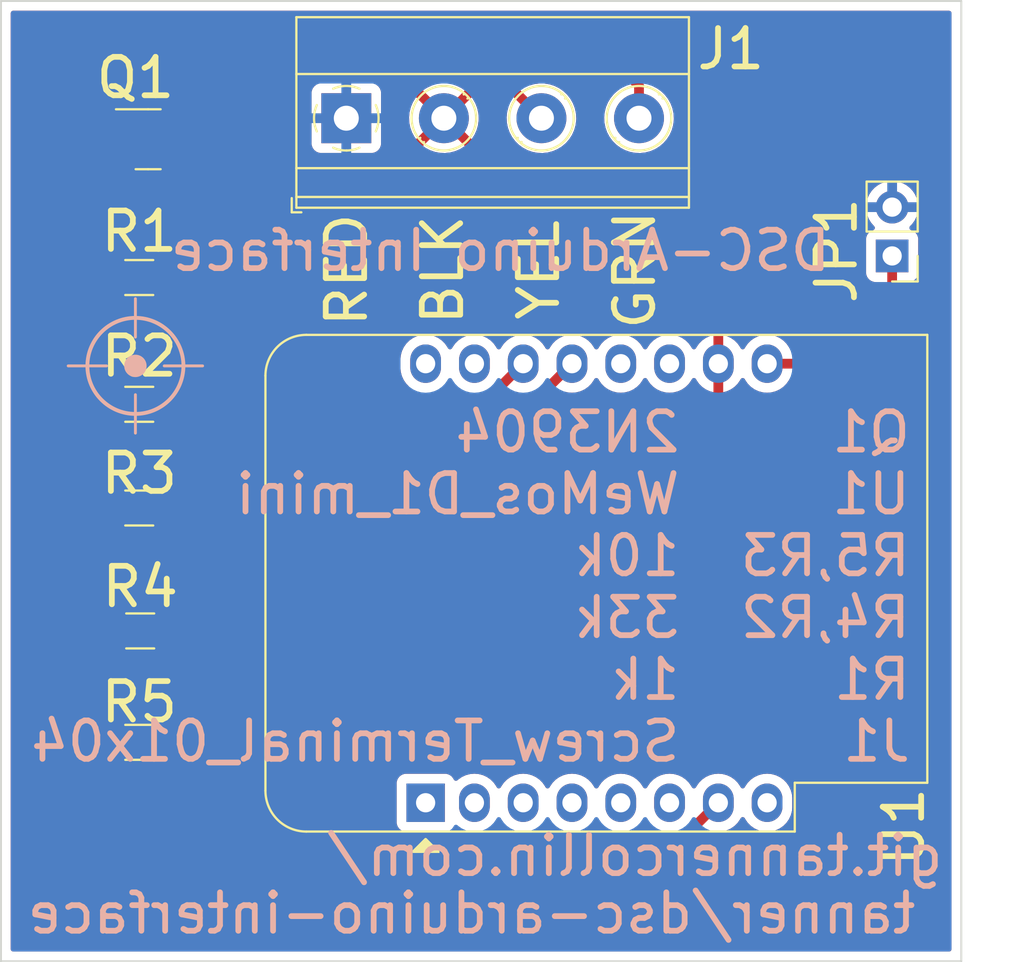
<source format=kicad_pcb>
(kicad_pcb (version 20211014) (generator pcbnew)

  (general
    (thickness 1.6)
  )

  (paper "A4")
  (layers
    (0 "F.Cu" signal)
    (31 "B.Cu" signal)
    (32 "B.Adhes" user "B.Adhesive")
    (33 "F.Adhes" user "F.Adhesive")
    (34 "B.Paste" user)
    (35 "F.Paste" user)
    (36 "B.SilkS" user "B.Silkscreen")
    (37 "F.SilkS" user "F.Silkscreen")
    (38 "B.Mask" user)
    (39 "F.Mask" user)
    (40 "Dwgs.User" user "User.Drawings")
    (41 "Cmts.User" user "User.Comments")
    (42 "Eco1.User" user "User.Eco1")
    (43 "Eco2.User" user "User.Eco2")
    (44 "Edge.Cuts" user)
    (45 "Margin" user)
    (46 "B.CrtYd" user "B.Courtyard")
    (47 "F.CrtYd" user "F.Courtyard")
    (48 "B.Fab" user)
    (49 "F.Fab" user)
    (50 "User.1" user)
    (51 "User.2" user)
    (52 "User.3" user)
    (53 "User.4" user)
    (54 "User.5" user)
    (55 "User.6" user)
    (56 "User.7" user)
    (57 "User.8" user)
    (58 "User.9" user)
  )

  (setup
    (stackup
      (layer "F.SilkS" (type "Top Silk Screen"))
      (layer "F.Paste" (type "Top Solder Paste"))
      (layer "F.Mask" (type "Top Solder Mask") (thickness 0.01))
      (layer "F.Cu" (type "copper") (thickness 0.035))
      (layer "dielectric 1" (type "core") (thickness 1.51) (material "FR4") (epsilon_r 4.5) (loss_tangent 0.02))
      (layer "B.Cu" (type "copper") (thickness 0.035))
      (layer "B.Mask" (type "Bottom Solder Mask") (thickness 0.01))
      (layer "B.Paste" (type "Bottom Solder Paste"))
      (layer "B.SilkS" (type "Bottom Silk Screen"))
      (copper_finish "None")
      (dielectric_constraints no)
    )
    (pad_to_mask_clearance 0)
    (grid_origin 80 49)
    (pcbplotparams
      (layerselection 0x00010fc_ffffffff)
      (disableapertmacros false)
      (usegerberextensions true)
      (usegerberattributes false)
      (usegerberadvancedattributes false)
      (creategerberjobfile false)
      (svguseinch false)
      (svgprecision 6)
      (excludeedgelayer true)
      (plotframeref false)
      (viasonmask false)
      (mode 1)
      (useauxorigin false)
      (hpglpennumber 1)
      (hpglpenspeed 20)
      (hpglpendiameter 15.000000)
      (dxfpolygonmode true)
      (dxfimperialunits true)
      (dxfusepcbnewfont true)
      (psnegative false)
      (psa4output false)
      (plotreference true)
      (plotvalue false)
      (plotinvisibletext false)
      (sketchpadsonfab false)
      (subtractmaskfromsilk true)
      (outputformat 1)
      (mirror false)
      (drillshape 0)
      (scaleselection 1)
      (outputdirectory "gerbers/")
    )
  )

  (net 0 "")
  (net 1 "+5V")
  (net 2 "GND")
  (net 3 "Yellow")
  (net 4 "Green")
  (net 5 "Net-(Q1-Pad2)")
  (net 6 "D1")
  (net 7 "D8")
  (net 8 "D2")
  (net 9 "unconnected-(U1-Pad1)")
  (net 10 "unconnected-(U1-Pad2)")
  (net 11 "unconnected-(U1-Pad3)")
  (net 12 "unconnected-(U1-Pad4)")
  (net 13 "unconnected-(U1-Pad5)")
  (net 14 "unconnected-(U1-Pad6)")
  (net 15 "unconnected-(U1-Pad8)")
  (net 16 "unconnected-(U1-Pad11)")
  (net 17 "unconnected-(U1-Pad12)")
  (net 18 "unconnected-(U1-Pad15)")
  (net 19 "unconnected-(U1-Pad16)")
  (net 20 "Net-(JP1-Pad1)")

  (footprint "Resistor_SMD:R_1206_3216Metric_Pad1.30x1.75mm_HandSolder" (layer "F.Cu") (at 87.2 75.4 180))

  (footprint "Resistor_SMD:R_1206_3216Metric_Pad1.30x1.75mm_HandSolder" (layer "F.Cu") (at 87.2 87.6 180))

  (footprint "Resistor_SMD:R_1206_3216Metric_Pad1.30x1.75mm_HandSolder" (layer "F.Cu") (at 87.2 70))

  (footprint "Module:WEMOS_D1_mini_light" (layer "F.Cu") (at 102.11 90.745 90))

  (footprint "TerminalBlock_Phoenix:TerminalBlock_Phoenix_MKDS-1,5-4-5.08_1x04_P5.08mm_Horizontal" (layer "F.Cu") (at 97.98 55.105))

  (footprint "Resistor_SMD:R_1206_3216Metric_Pad1.30x1.75mm_HandSolder" (layer "F.Cu") (at 87.25 81.8))

  (footprint "Resistor_SMD:R_1206_3216Metric_Pad1.30x1.75mm_HandSolder" (layer "F.Cu") (at 87.2 63.4))

  (footprint "Connector_PinHeader_2.54mm:PinHeader_1x02_P2.54mm_Vertical" (layer "F.Cu") (at 126.4 62.275 180))

  (footprint "Package_TO_SOT_SMD:SOT-23" (layer "F.Cu") (at 87.6625 56.2))

  (gr_circle (center 87 68) (end 89.5 68) (layer "B.SilkS") (width 0.2) (fill none) (tstamp 1d34910d-3e53-4951-893e-4525fba05846))
  (gr_line (start 87 64.5) (end 87 66.5) (layer "B.SilkS") (width 0.15) (tstamp 69b00187-a513-430a-a82e-3d555734b525))
  (gr_line (start 85.5 68) (end 83.5 68) (layer "B.SilkS") (width 0.15) (tstamp 995e3586-455c-4efb-89fb-b19555b05bf3))
  (gr_line (start 87 69.5) (end 87 71.5) (layer "B.SilkS") (width 0.15) (tstamp ea5e5607-d305-4c18-ae4b-134a28301696))
  (gr_line (start 88.5 68) (end 90.5 68) (layer "B.SilkS") (width 0.15) (tstamp f170298f-c5a4-4e16-9c9d-a4d9bcb027a8))
  (gr_circle (center 87 68) (end 87.508 68) (layer "B.SilkS") (width 0.15) (fill solid) (tstamp f735f9ea-1652-4ae9-bdb0-7e59e5f14900))
  (gr_rect (start 80 49) (end 130 99) (layer "Edge.Cuts") (width 0.1) (fill none) (tstamp 967f4c45-db15-4335-a00b-5f60ba8d8ca3))
  (gr_text "tanner/dsc-arduino-interface" (at 104.5 96.5) (layer "B.SilkS") (tstamp 2357f487-2ed6-4b85-abee-184cbe33f6cf)
    (effects (font (size 2 2) (thickness 0.3)) (justify mirror))
  )
  (gr_text "2N3904\nWeMos_D1_mini\n10k\n33k\n1k\nScrew_Terminal_01x04\n" (at 115.5 79.5) (layer "B.SilkS") (tstamp 30fc14f8-6834-4de8-844f-ebd6861b5e6c)
    (effects (font (size 2 2) (thickness 0.3)) (justify left mirror))
  )
  (gr_text "Q1\nU1\nR5,R3\nR4,R2\nR1\nJ1\n" (at 127.5 79.5) (layer "B.SilkS") (tstamp a117217a-794c-4ce3-ae6c-3c1ee28e8589)
    (effects (font (size 2 2) (thickness 0.3)) (justify left mirror))
  )
  (gr_text "git.tannercollin.com/" (at 113 93.5) (layer "B.SilkS") (tstamp dbb80f82-d7da-4ad0-afe2-6cb4d1c9a359)
    (effects (font (size 2 2) (thickness 0.3)) (justify mirror))
  )
  (gr_text "DSC-Arduino Interface\n" (at 106 62) (layer "B.SilkS") (tstamp e8d93ca1-a84c-4f0a-b4dc-1c27d2f383c6)
    (effects (font (size 2 2) (thickness 0.3)) (justify mirror))
  )
  (gr_text "GRN" (at 113 63 90) (layer "F.SilkS") (tstamp 25b06919-b358-4e57-a511-beb1f645ebba)
    (effects (font (size 2 2) (thickness 0.3)))
  )
  (gr_text "RED" (at 98 63 90) (layer "F.SilkS") (tstamp 3a887ec5-9bea-40a6-950a-1c42f4f70013)
    (effects (font (size 2 2) (thickness 0.3)))
  )
  (gr_text "YEL" (at 108 63 90) (layer "F.SilkS") (tstamp 5429c5e4-66a3-41d5-86e9-91ac9390c86a)
    (effects (font (size 2 2) (thickness 0.3)))
  )
  (gr_text "BLK" (at 103 63 90) (layer "F.SilkS") (tstamp 891623aa-18ad-4920-b291-f847a2c4b3d6)
    (effects (font (size 2 2) (thickness 0.3)))
  )

  (segment (start 105.435 52.4) (end 94 52.4) (width 0.508) (layer "F.Cu") (net 3) (tstamp 287df41c-976f-4bf3-8a15-1580705038ba))
  (segment (start 90.6 66.6) (end 86.8 66.6) (width 0.508) (layer "F.Cu") (net 3) (tstamp 491d215e-4bd7-4deb-8b90-297089e29013))
  (segment (start 91.8 54.6) (end 91.8 65.4) (width 0.508) (layer "F.Cu") (net 3) (tstamp 88c53ce8-49b4-4197-b470-ed143297566e))
  (segment (start 108.14 55.105) (end 105.435 52.4) (width 0.508) (layer "F.Cu") (net 3) (tstamp 8d5f7faa-6518-4262-b513-df57e66009c1))
  (segment (start 91.8 65.4) (end 90.6 66.6) (width 0.508) (layer "F.Cu") (net 3) (tstamp ba710c57-95ed-41ad-ae55-2098bb5def56))
  (segment (start 85.65 67.75) (end 85.65 70) (width 0.508) (layer "F.Cu") (net 3) (tstamp cb213589-8ead-4132-be05-962b55194337))
  (segment (start 94 52.4) (end 91.8 54.6) (width 0.508) (layer "F.Cu") (net 3) (tstamp cd5a20cd-b8ed-46fb-8917-0b114c5f6e93))
  (segment (start 86.8 66.6) (end 85.65 67.75) (width 0.508) (layer "F.Cu") (net 3) (tstamp dcefc457-c1b1-4325-a8ad-3f3aa06850fb))
  (segment (start 83.8 66.8) (end 85.2 65.4) (width 0.508) (layer "F.Cu") (net 4) (tstamp 26e14f69-5746-4b22-91a7-487bbf069a8d))
  (segment (start 90.6 57.72) (end 89.08 56.2) (width 0.508) (layer "F.Cu") (net 4) (tstamp 3ccbf1d9-b489-4207-ab0d-04e27b0ea42a))
  (segment (start 89.08 56.2) (end 88.6 56.2) (width 0.508) (layer "F.Cu") (net 4) (tstamp 5c5a54ba-5ec0-48ca-a28f-a83a59bc337e))
  (segment (start 113.22 55.105) (end 113.22 53.42) (width 0.508) (layer "F.Cu") (net 4) (tstamp 61d8c0b7-0328-4b74-964d-8e179bf7a946))
  (segment (start 83.8 79.9) (end 83.8 66.8) (width 0.508) (layer "F.Cu") (net 4) (tstamp 67f77b62-1f61-4cd6-aa47-341004db42b8))
  (segment (start 89.6 65.4) (end 90.6 64.4) (width 0.508) (layer "F.Cu") (net 4) (tstamp 69907fb9-381c-40fd-ba46-a1297dda71b6))
  (segment (start 111 51.2) (end 93.6 51.2) (width 0.508) (layer "F.Cu") (net 4) (tstamp 7ba3cf44-0c2f-41ac-a467-ef6283199b96))
  (segment (start 85.2 65.4) (end 89.6 65.4) (width 0.508) (layer "F.Cu") (net 4) (tstamp 7bff0dce-cb7a-4a4b-ae26-61f6c156e66d))
  (segment (start 113.22 53.42) (end 111 51.2) (width 0.508) (layer "F.Cu") (net 4) (tstamp 7e3b52af-9602-450e-aca4-8f6dd1a7d6e0))
  (segment (start 90.6 64.4) (end 90.6 57.72) (width 0.508) (layer "F.Cu") (net 4) (tstamp a6b71731-f550-41b6-bdd3-eb729b062c12))
  (segment (start 93.6 51.2) (end 88.6 56.2) (width 0.508) (layer "F.Cu") (net 4) (tstamp abf9169d-576c-44a2-84a5-aaa99060439c))
  (segment (start 85.7 81.8) (end 83.8 79.9) (width 0.508) (layer "F.Cu") (net 4) (tstamp cc917539-cf73-43e1-bc6a-26599c9ae6f1))
  (segment (start 88.75 60.95) (end 88.75 63.4) (width 0.508) (layer "F.Cu") (net 5) (tstamp 683fb5fa-7aa2-4038-becd-4f2a49a69347))
  (segment (start 86.725 57.15) (end 86.725 58.925) (width 0.508) (layer "F.Cu") (net 5) (tstamp 8a483c02-ba99-4c8f-9674-4d26a8ddd232))
  (segment (start 86.725 58.925) (end 88.75 60.95) (width 0.508) (layer "F.Cu") (net 5) (tstamp d38a5e83-e9d8-45cd-a019-f25f5af92cbb))
  (segment (start 88.75 70) (end 105.075 70) (width 0.508) (layer "F.Cu") (net 6) (tstamp 3c57edc8-4cfd-424e-a11b-6ac26e54a378))
  (segment (start 88.75 75.4) (end 88.75 70) (width 0.508) (layer "F.Cu") (net 6) (tstamp d96f04c9-2218-454e-b939-849cc00f603f))
  (segment (start 105.075 70) (end 107.19 67.885) (width 0.508) (layer "F.Cu") (net 6) (tstamp f2bd2143-bd7d-4f23-9e08-479634957484))
  (segment (start 83.8 63.4) (end 85.65 63.4) (width 0.508) (layer "F.Cu") (net 7) (tstamp 22e43ac9-048a-4b19-a3ce-d21ec500c532))
  (segment (start 85.6 93.2) (end 82.2 89.8) (width 0.508) (layer "F.Cu") (net 7) (tstamp 53eacfb1-5229-4fb6-8fb6-c03d9aac7d86))
  (segment (start 82.2 89.8) (end 82.2 65) (width 0.508) (layer "F.Cu") (net 7) (tstamp 86923d52-4646-4868-87cf-d904a514d701))
  (segment (start 114.895 93.2) (end 85.6 93.2) (width 0.508) (layer "F.Cu") (net 7) (tstamp 8d5ef0d9-fef3-49cb-8497-d36bcd975e53))
  (segment (start 82.2 65) (end 83.8 63.4) (width 0.508) (layer "F.Cu") (net 7) (tstamp c5954f32-8d4a-475a-b683-6c795155d05a))
  (segment (start 117.35 90.745) (end 114.895 93.2) (width 0.508) (layer "F.Cu") (net 7) (tstamp ebb65204-1c01-44fc-8faf-ac1274234fde))
  (segment (start 88.75 87.6) (end 88.75 81.85) (width 0.508) (layer "F.Cu") (net 8) (tstamp 50a2c033-e3d5-44e2-862d-002c9467eb19))
  (segment (start 95.815 81.8) (end 109.73 67.885) (width 0.508) (layer "F.Cu") (net 8) (tstamp add90ab8-ac92-4799-b671-6a48d59fe660))
  (segment (start 88.8 81.8) (end 95.815 81.8) (width 0.508) (layer "F.Cu") (net 8) (tstamp d24b0bbc-4694-48fc-b8d3-1809101d76d6))
  (segment (start 88.75 81.85) (end 88.8 81.8) (width 0.508) (layer "F.Cu") (net 8) (tstamp d49c8572-56d5-48a7-89a3-8724de1c203c))
  (segment (start 126.4 65.2) (end 123.715 67.885) (width 0.508) (layer "F.Cu") (net 20) (tstamp 73d1515d-c94b-403e-8256-59f48c6f9bc2))
  (segment (start 126.4 62.275) (end 126.4 65.2) (width 0.508) (layer "F.Cu") (net 20) (tstamp aa0bd87d-4b2b-46df-99b5-ac4242efe0f1))
  (segment (start 123.715 67.885) (end 119.89 67.885) (width 0.508) (layer "F.Cu") (net 20) (tstamp c52f6ecb-b9b9-42f4-b05b-ec107f61933f))

  (zone (net 2) (net_name "GND") (layer "F.Cu") (tstamp 66414df9-ed3e-46e2-9ef1-3a34353b4682) (hatch edge 0.508)
    (connect_pads (clearance 0.508))
    (min_thickness 0.254) (filled_areas_thickness no)
    (fill yes (thermal_gap 0.508) (thermal_bridge_width 0.508))
    (polygon
      (pts
        (xy 130 99)
        (xy 80 99)
        (xy 80 49)
        (xy 130 49)
      )
    )
    (filled_polygon
      (layer "F.Cu")
      (pts
        (xy 129.433621 49.528502)
        (xy 129.480114 49.582158)
        (xy 129.4915 49.6345)
        (xy 129.4915 98.3655)
        (xy 129.471498 98.433621)
        (xy 129.417842 98.480114)
        (xy 129.3655 98.4915)
        (xy 80.6345 98.4915)
        (xy 80.566379 98.471498)
        (xy 80.519886 98.417842)
        (xy 80.5085 98.3655)
        (xy 80.5085 89.773208)
        (xy 81.432776 89.773208)
        (xy 81.433369 89.7805)
        (xy 81.433369 89.780503)
        (xy 81.437085 89.826183)
        (xy 81.4375 89.836398)
        (xy 81.4375 89.844525)
        (xy 81.440811 89.872924)
        (xy 81.441238 89.877244)
        (xy 81.447191 89.950426)
        (xy 81.449447 89.957388)
        (xy 81.450643 89.963376)
        (xy 81.452051 89.969333)
        (xy 81.452899 89.976607)
        (xy 81.455397 89.983489)
        (xy 81.455398 89.983493)
        (xy 81.477945 90.045607)
        (xy 81.479355 90.049711)
        (xy 81.501987 90.119575)
        (xy 81.505787 90.125838)
        (xy 81.508325 90.13138)
        (xy 81.511067 90.136856)
        (xy 81.513566 90.143741)
        (xy 81.517581 90.149865)
        (xy 81.553815 90.205132)
        (xy 81.55613 90.2088)
        (xy 81.594227 90.271581)
        (xy 81.597941 90.275786)
        (xy 81.597943 90.275789)
        (xy 81.601667 90.280005)
        (xy 81.601638 90.280031)
        (xy 81.604238 90.282962)
        (xy 81.607042 90.286316)
        (xy 81.611054 90.292435)
        (xy 81.667586 90.345988)
        (xy 81.670028 90.348366)
        (xy 85.01319 93.691528)
        (xy 85.025577 93.705941)
        (xy 85.038546 93.723564)
        (xy 85.044129 93.728307)
        (xy 85.079055 93.757979)
        (xy 85.086571 93.764909)
        (xy 85.092315 93.770653)
        (xy 85.095189 93.772927)
        (xy 85.095196 93.772933)
        (xy 85.114711 93.788372)
        (xy 85.118115 93.791163)
        (xy 85.168472 93.833945)
        (xy 85.168476 93.833948)
        (xy 85.174051 93.838684)
        (xy 85.180568 93.842012)
        (xy 85.185632 93.845389)
        (xy 85.190856 93.848616)
        (xy 85.1966 93.85316)
        (xy 85.203231 93.856259)
        (xy 85.263082 93.884232)
        (xy 85.267033 93.886163)
        (xy 85.332404 93.919543)
        (xy 85.339519 93.921284)
        (xy 85.345265 93.923421)
        (xy 85.351048 93.925345)
        (xy 85.357679 93.928444)
        (xy 85.429557 93.943394)
        (xy 85.433829 93.944361)
        (xy 85.505112 93.961804)
        (xy 85.510711 93.962151)
        (xy 85.510715 93.962152)
        (xy 85.51633 93.9625)
        (xy 85.516328 93.962539)
        (xy 85.520229 93.962772)
        (xy 85.524588 93.963161)
        (xy 85.531756 93.964652)
        (xy 85.539073 93.964454)
        (xy 85.609577 93.962546)
        (xy 85.612986 93.9625)
        (xy 114.827624 93.9625)
        (xy 114.846574 93.963933)
        (xy 114.860973 93.966124)
        (xy 114.860979 93.966124)
        (xy 114.868208 93.967224)
        (xy 114.8755 93.966631)
        (xy 114.875503 93.966631)
        (xy 114.921183 93.962915)
        (xy 114.931398 93.9625)
        (xy 114.939525 93.9625)
        (xy 114.943161 93.962076)
        (xy 114.943163 93.962076)
        (xy 114.946615 93.961673)
        (xy 114.967924 93.959189)
        (xy 114.972244 93.958762)
        (xy 115.045426 93.952809)
        (xy 115.052388 93.950553)
        (xy 115.058376 93.949357)
        (xy 115.064333 93.947949)
        (xy 115.071607 93.947101)
        (xy 115.078489 93.944603)
        (xy 115.078493 93.944602)
        (xy 115.140607 93.922055)
        (xy 115.144711 93.920645)
        (xy 115.214575 93.898013)
        (xy 115.220838 93.894213)
        (xy 115.22638 93.891675)
        (xy 115.231856 93.888933)
        (xy 115.238741 93.886434)
        (xy 115.300132 93.846185)
        (xy 115.3038 93.84387)
        (xy 115.366581 93.805773)
        (xy 115.370786 93.802059)
        (xy 115.370789 93.802057)
        (xy 115.375005 93.798333)
        (xy 115.375031 93.798362)
        (xy 115.377962 93.795762)
        (xy 115.381316 93.792958)
        (xy 115.387435 93.788946)
        (xy 115.440989 93.732413)
        (xy 115.443366 93.729972)
        (xy 116.922898 92.25044)
        (xy 116.98521 92.216414)
        (xy 117.044604 92.217828)
        (xy 117.077883 92.226745)
        (xy 117.116599 92.237119)
        (xy 117.121913 92.238543)
        (xy 117.35 92.258498)
        (xy 117.578087 92.238543)
        (xy 117.5834 92.237119)
        (xy 117.583402 92.237119)
        (xy 117.793933 92.180707)
        (xy 117.793935 92.180706)
        (xy 117.799243 92.179284)
        (xy 117.804225 92.176961)
        (xy 118.001762 92.084849)
        (xy 118.001767 92.084846)
        (xy 118.006749 92.082523)
        (xy 118.148464 91.983293)
        (xy 118.189789 91.954357)
        (xy 118.189792 91.954355)
        (xy 118.1943 91.951198)
        (xy 118.356198 91.7893)
        (xy 118.487523 91.601749)
        (xy 118.489846 91.596767)
        (xy 118.489849 91.596762)
        (xy 118.505805 91.562543)
        (xy 118.552722 91.509258)
        (xy 118.620999 91.489797)
        (xy 118.688959 91.510339)
        (xy 118.734195 91.562543)
        (xy 118.750151 91.596762)
        (xy 118.750154 91.596767)
        (xy 118.752477 91.601749)
        (xy 118.883802 91.7893)
        (xy 119.0457 91.951198)
        (xy 119.050208 91.954355)
        (xy 119.050211 91.954357)
        (xy 119.091536 91.983293)
        (xy 119.233251 92.082523)
        (xy 119.238233 92.084846)
        (xy 119.238238 92.084849)
        (xy 119.435775 92.176961)
        (xy 119.440757 92.179284)
        (xy 119.446065 92.180706)
        (xy 119.446067 92.180707)
        (xy 119.656598 92.237119)
        (xy 119.6566 92.237119)
        (xy 119.661913 92.238543)
        (xy 119.89 92.258498)
        (xy 120.118087 92.238543)
        (xy 120.1234 92.237119)
        (xy 120.123402 92.237119)
        (xy 120.333933 92.180707)
        (xy 120.333935 92.180706)
        (xy 120.339243 92.179284)
        (xy 120.344225 92.176961)
        (xy 120.541762 92.084849)
        (xy 120.541767 92.084846)
        (xy 120.546749 92.082523)
        (xy 120.688464 91.983293)
        (xy 120.729789 91.954357)
        (xy 120.729792 91.954355)
        (xy 120.7343 91.951198)
        (xy 120.896198 91.7893)
        (xy 121.027523 91.601749)
        (xy 121.029846 91.596767)
        (xy 121.029849 91.596762)
        (xy 121.121961 91.399225)
        (xy 121.121961 91.399224)
        (xy 121.124284 91.394243)
        (xy 121.183543 91.173087)
        (xy 121.1985 91.002127)
        (xy 121.1985 90.487873)
        (xy 121.183543 90.316913)
        (xy 121.182119 90.311598)
        (xy 121.125707 90.101067)
        (xy 121.125706 90.101065)
        (xy 121.124284 90.095757)
        (xy 121.068724 89.976607)
        (xy 121.029849 89.893238)
        (xy 121.029846 89.893233)
        (xy 121.027523 89.888251)
        (xy 120.941903 89.765973)
        (xy 120.899357 89.705211)
        (xy 120.899355 89.705208)
        (xy 120.896198 89.7007)
        (xy 120.7343 89.538802)
        (xy 120.729792 89.535645)
        (xy 120.729789 89.535643)
        (xy 120.581731 89.431972)
        (xy 120.546749 89.407477)
        (xy 120.541767 89.405154)
        (xy 120.541762 89.405151)
        (xy 120.344225 89.313039)
        (xy 120.344224 89.313039)
        (xy 120.339243 89.310716)
        (xy 120.333935 89.309294)
        (xy 120.333933 89.309293)
        (xy 120.123402 89.252881)
        (xy 120.1234 89.252881)
        (xy 120.118087 89.251457)
        (xy 119.89 89.231502)
        (xy 119.661913 89.251457)
        (xy 119.6566 89.252881)
        (xy 119.656598 89.252881)
        (xy 119.446067 89.309293)
        (xy 119.446065 89.309294)
        (xy 119.440757 89.310716)
        (xy 119.435776 89.313039)
        (xy 119.435775 89.313039)
        (xy 119.238238 89.405151)
        (xy 119.238233 89.405154)
        (xy 119.233251 89.407477)
        (xy 119.198269 89.431972)
        (xy 119.050211 89.535643)
        (xy 119.050208 89.535645)
        (xy 119.0457 89.538802)
        (xy 118.883802 89.7007)
        (xy 118.880645 89.705208)
        (xy 118.880643 89.705211)
        (xy 118.838097 89.765973)
        (xy 118.752477 89.888251)
        (xy 118.750154 89.893233)
        (xy 118.750151 89.893238)
        (xy 118.734195 89.927457)
        (xy 118.687278 89.980742)
        (xy 118.619001 90.000203)
        (xy 118.551041 89.979661)
        (xy 118.505805 89.927457)
        (xy 118.489849 89.893238)
        (xy 118.489846 89.893233)
        (xy 118.487523 89.888251)
        (xy 118.401903 89.765973)
        (xy 118.359357 89.705211)
        (xy 118.359355 89.705208)
        (xy 118.356198 89.7007)
        (xy 118.1943 89.538802)
        (xy 118.189792 89.535645)
        (xy 118.189789 89.535643)
        (xy 118.041731 89.431972)
        (xy 118.006749 89.407477)
        (xy 118.001767 89.405154)
        (xy 118.001762 89.405151)
        (xy 117.804225 89.313039)
        (xy 117.804224 89.313039)
        (xy 117.799243 89.310716)
        (xy 117.793935 89.309294)
        (xy 117.793933 89.309293)
        (xy 117.583402 89.252881)
        (xy 117.5834 89.252881)
        (xy 117.578087 89.251457)
        (xy 117.35 89.231502)
        (xy 117.121913 89.251457)
        (xy 117.1166 89.252881)
        (xy 117.116598 89.252881)
        (xy 116.906067 89.309293)
        (xy 116.906065 89.309294)
        (xy 116.900757 89.310716)
        (xy 116.895776 89.313039)
        (xy 116.895775 89.313039)
        (xy 116.698238 89.405151)
        (xy 116.698233 89.405154)
        (xy 116.693251 89.407477)
        (xy 116.658269 89.431972)
        (xy 116.510211 89.535643)
        (xy 116.510208 89.535645)
        (xy 116.5057 89.538802)
        (xy 116.343802 89.7007)
        (xy 116.340645 89.705208)
        (xy 116.340643 89.705211)
        (xy 116.298097 89.765973)
        (xy 116.212477 89.888251)
        (xy 116.210154 89.893233)
        (xy 116.210151 89.893238)
        (xy 116.194195 89.927457)
        (xy 116.147278 89.980742)
        (xy 116.079001 90.000203)
        (xy 116.011041 89.979661)
        (xy 115.965805 89.927457)
        (xy 115.949849 89.893238)
        (xy 115.949846 89.893233)
        (xy 115.947523 89.888251)
        (xy 115.861903 89.765973)
        (xy 115.819357 89.705211)
        (xy 115.819355 89.705208)
        (xy 115.816198 89.7007)
        (xy 115.6543 89.538802)
        (xy 115.649792 89.535645)
        (xy 115.649789 89.535643)
        (xy 115.501731 89.431972)
        (xy 115.466749 89.407477)
        (xy 115.461767 89.405154)
        (xy 115.461762 89.405151)
        (xy 115.264225 89.313039)
        (xy 115.264224 89.313039)
        (xy 115.259243 89.310716)
        (xy 115.253935 89.309294)
        (xy 115.253933 89.309293)
        (xy 115.043402 89.252881)
        (xy 115.0434 89.252881)
        (xy 115.038087 89.251457)
        (xy 114.81 89.231502)
        (xy 114.581913 89.251457)
        (xy 114.5766 89.252881)
        (xy 114.576598 89.252881)
        (xy 114.366067 89.309293)
        (xy 114.366065 89.309294)
        (xy 114.360757 89.310716)
        (xy 114.355776 89.313039)
        (xy 114.355775 89.313039)
        (xy 114.158238 89.405151)
        (xy 114.158233 89.405154)
        (xy 114.153251 89.407477)
        (xy 114.118269 89.431972)
        (xy 113.970211 89.535643)
        (xy 113.970208 89.535645)
        (xy 113.9657 89.538802)
        (xy 113.803802 89.7007)
        (xy 113.800645 89.705208)
        (xy 113.800643 89.705211)
        (xy 113.758097 89.765973)
        (xy 113.672477 89.888251)
        (xy 113.670154 89.893233)
        (xy 113.670151 89.893238)
        (xy 113.654195 89.927457)
        (xy 113.607278 89.980742)
        (xy 113.539001 90.000203)
        (xy 113.471041 89.979661)
        (xy 113.425805 89.927457)
        (xy 113.409849 89.893238)
        (xy 113.409846 89.893233)
        (xy 113.407523 89.888251)
        (xy 113.321903 89.765973)
        (xy 113.279357 89.705211)
        (xy 113.279355 89.705208)
        (xy 113.276198 89.7007)
        (xy 113.1143 89.538802)
        (xy 113.109792 89.535645)
        (xy 113.109789 89.535643)
        (xy 112.961731 89.431972)
        (xy 112.926749 89.407477)
        (xy 112.921767 89.405154)
        (xy 112.921762 89.405151)
        (xy 112.724225 89.313039)
        (xy 112.724224 89.313039)
        (xy 112.719243 89.310716)
        (xy 112.713935 89.309294)
        (xy 112.713933 89.309293)
        (xy 112.503402 89.252881)
        (xy 112.5034 89.252881)
        (xy 112.498087 89.251457)
        (xy 112.27 89.231502)
        (xy 112.041913 89.251457)
        (xy 112.0366 89.252881)
        (xy 112.036598 89.252881)
        (xy 111.826067 89.309293)
        (xy 111.826065 89.309294)
        (xy 111.820757 89.310716)
        (xy 111.815776 89.313039)
        (xy 111.815775 89.313039)
        (xy 111.618238 89.405151)
        (xy 111.618233 89.405154)
        (xy 111.613251 89.407477)
        (xy 111.578269 89.431972)
        (xy 111.430211 89.535643)
        (xy 111.430208 89.535645)
        (xy 111.4257 89.538802)
        (xy 111.263802 89.7007)
        (xy 111.260645 89.705208)
        (xy 111.260643 89.705211)
        (xy 111.218097 89.765973)
        (xy 111.132477 89.888251)
        (xy 111.130154 89.893233)
        (xy 111.130151 89.893238)
        (xy 111.114195 89.927457)
        (xy 111.067278 89.980742)
        (xy 110.999001 90.000203)
        (xy 110.931041 89.979661)
        (xy 110.885805 89.927457)
        (xy 110.869849 89.893238)
        (xy 110.869846 89.893233)
        (xy 110.867523 89.888251)
        (xy 110.781903 89.765973)
        (xy 110.739357 89.705211)
        (xy 110.739355 89.705208)
        (xy 110.736198 89.7007)
        (xy 110.5743 89.538802)
        (xy 110.569792 89.535645)
        (xy 110.569789 89.535643)
        (xy 110.421731 89.431972)
        (xy 110.386749 89.407477)
        (xy 110.381767 89.405154)
        (xy 110.381762 89.405151)
        (xy 110.184225 89.313039)
        (xy 110.184224 89.313039)
        (xy 110.179243 89.310716)
        (xy 110.173935 89.309294)
        (xy 110.173933 89.309293)
        (xy 109.963402 89.252881)
        (xy 109.9634 89.252881)
        (xy 109.958087 89.251457)
        (xy 109.73 89.231502)
        (xy 109.501913 89.251457)
        (xy 109.4966 89.252881)
        (xy 109.496598 89.252881)
        (xy 109.286067 89.309293)
        (xy 109.286065 89.309294)
        (xy 109.280757 89.310716)
        (xy 109.275776 89.313039)
        (xy 109.275775 89.313039)
        (xy 109.078238 89.405151)
        (xy 109.078233 89.405154)
        (xy 109.073251 89.407477)
        (xy 109.038269 89.431972)
        (xy 108.890211 89.535643)
        (xy 108.890208 89.535645)
        (xy 108.8857 89.538802)
        (xy 108.723802 89.7007)
        (xy 108.720645 89.705208)
        (xy 108.720643 89.705211)
        (xy 108.678097 89.765973)
        (xy 108.592477 89.888251)
        (xy 108.590154 89.893233)
        (xy 108.590151 89.893238)
        (xy 108.574195 89.927457)
        (xy 108.527278 89.980742)
        (xy 108.459001 90.000203)
        (xy 108.391041 89.979661)
        (xy 108.345805 89.927457)
        (xy 108.329849 89.893238)
        (xy 108.329846 89.893233)
        (xy 108.327523 89.888251)
        (xy 108.241903 89.765973)
        (xy 108.199357 89.705211)
        (xy 108.199355 89.705208)
        (xy 108.196198 89.7007)
        (xy 108.0343 89.538802)
        (xy 108.029792 89.535645)
        (xy 108.029789 89.535643)
        (xy 107.881731 89.431972)
        (xy 107.846749 89.407477)
        (xy 107.841767 89.405154)
        (xy 107.841762 89.405151)
        (xy 107.644225 89.313039)
        (xy 107.644224 89.313039)
        (xy 107.639243 89.310716)
        (xy 107.633935 89.309294)
        (xy 107.633933 89.309293)
        (xy 107.423402 89.252881)
        (xy 107.4234 89.252881)
        (xy 107.418087 89.251457)
        (xy 107.19 89.231502)
        (xy 106.961913 89.251457)
        (xy 106.9566 89.252881)
        (xy 106.956598 89.252881)
        (xy 106.746067 89.309293)
        (xy 106.746065 89.309294)
        (xy 106.740757 89.310716)
        (xy 106.735776 89.313039)
        (xy 106.735775 89.313039)
        (xy 106.538238 89.405151)
        (xy 106.538233 89.405154)
        (xy 106.533251 89.407477)
        (xy 106.498269 89.431972)
        (xy 106.350211 89.535643)
        (xy 106.350208 89.535645)
        (xy 106.3457 89.538802)
        (xy 106.183802 89.7007)
        (xy 106.180645 89.705208)
        (xy 106.180643 89.705211)
        (xy 106.138097 89.765973)
        (xy 106.052477 89.888251)
        (xy 106.050154 89.893233)
        (xy 106.050151 89.893238)
        (xy 106.034195 89.927457)
        (xy 105.987278 89.980742)
        (xy 105.919001 90.000203)
        (xy 105.851041 89.979661)
        (xy 105.805805 89.927457)
        (xy 105.789849 89.893238)
        (xy 105.789846 89.893233)
        (xy 105.787523 89.888251)
        (xy 105.701903 89.765973)
        (xy 105.659357 89.705211)
        (xy 105.659355 89.705208)
        (xy 105.656198 89.7007)
        (xy 105.4943 89.538802)
        (xy 105.489792 89.535645)
        (xy 105.489789 89.535643)
        (xy 105.341731 89.431972)
        (xy 105.306749 89.407477)
        (xy 105.301767 89.405154)
        (xy 105.301762 89.405151)
        (xy 105.104225 89.313039)
        (xy 105.104224 89.313039)
        (xy 105.099243 89.310716)
        (xy 105.093935 89.309294)
        (xy 105.093933 89.309293)
        (xy 104.883402 89.252881)
        (xy 104.8834 89.252881)
        (xy 104.878087 89.251457)
        (xy 104.65 89.231502)
        (xy 104.421913 89.251457)
        (xy 104.4166 89.252881)
        (xy 104.416598 89.252881)
        (xy 104.206067 89.309293)
        (xy 104.206065 89.309294)
        (xy 104.200757 89.310716)
        (xy 104.195776 89.313039)
        (xy 104.195775 89.313039)
        (xy 103.998238 89.405151)
        (xy 103.998233 89.405154)
        (xy 103.993251 89.407477)
        (xy 103.958269 89.431972)
        (xy 103.810211 89.535643)
        (xy 103.810208 89.535645)
        (xy 103.8057 89.538802)
        (xy 103.776867 89.567635)
        (xy 103.714555 89.601661)
        (xy 103.64374 89.596596)
        (xy 103.586904 89.554049)
        (xy 103.56979 89.522768)
        (xy 103.563769 89.506707)
        (xy 103.563767 89.506703)
        (xy 103.560615 89.498295)
        (xy 103.473261 89.381739)
        (xy 103.356705 89.294385)
        (xy 103.220316 89.243255)
        (xy 103.158134 89.2365)
        (xy 101.061866 89.2365)
        (xy 100.999684 89.243255)
        (xy 100.863295 89.294385)
        (xy 100.746739 89.381739)
        (xy 100.659385 89.498295)
        (xy 100.608255 89.634684)
        (xy 100.6015 89.696866)
        (xy 100.6015 91.793134)
        (xy 100.608255 91.855316)
        (xy 100.659385 91.991705)
        (xy 100.746739 92.108261)
        (xy 100.753919 92.113642)
        (xy 100.855527 92.189793)
        (xy 100.863295 92.195615)
        (xy 100.871703 92.198767)
        (xy 100.875745 92.20098)
        (xy 100.92589 92.251239)
        (xy 100.940904 92.32063)
        (xy 100.916018 92.387122)
        (xy 100.859135 92.429605)
        (xy 100.815235 92.4375)
        (xy 85.968027 92.4375)
        (xy 85.899906 92.417498)
        (xy 85.878932 92.400595)
        (xy 82.999405 89.521067)
        (xy 82.965379 89.458755)
        (xy 82.9625 89.431972)
        (xy 82.9625 88.272095)
        (xy 84.492001 88.272095)
        (xy 84.492338 88.278614)
        (xy 84.502257 88.374206)
        (xy 84.505149 88.3876)
        (xy 84.556588 88.541784)
        (xy 84.562761 88.554962)
        (xy 84.648063 88.692807)
        (xy 84.657099 88.704208)
        (xy 84.771829 88.818739)
        (xy 84.78324 88.827751)
        (xy 84.921243 88.912816)
        (xy 84.934424 88.918963)
        (xy 85.08871 88.970138)
        (xy 85.102086 88.973005)
        (xy 85.196438 88.982672)
        (xy 85.202854 88.983)
        (xy 85.377885 88.983)
        (xy 85.393124 88.978525)
        (xy 85.394329 88.977135)
        (xy 85.396 88.969452)
        (xy 85.396 88.964884)
        (xy 85.904 88.964884)
        (xy 85.908475 88.980123)
        (xy 85.909865 88.981328)
        (xy 85.917548 88.982999)
        (xy 86.097095 88.982999)
        (xy 86.103614 88.982662)
        (xy 86.199206 88.972743)
        (xy 86.2126 88.969851)
        (xy 86.366784 88.918412)
        (xy 86.379962 88.912239)
        (xy 86.517807 88.826937)
        (xy 86.529208 88.817901)
        (xy 86.643739 88.703171)
        (xy 86.652751 88.69176)
        (xy 86.737816 88.553757)
        (xy 86.743963 88.540576)
        (xy 86.795138 88.38629)
        (xy 86.798005 88.372914)
        (xy 86.807672 88.278562)
        (xy 86.807834 88.2754)
        (xy 87.5915 88.2754)
        (xy 87.591837 88.278646)
        (xy 87.591837 88.27865)
        (xy 87.601752 88.374206)
        (xy 87.602474 88.381166)
        (xy 87.65845 88.548946)
        (xy 87.751522 88.699348)
        (xy 87.876697 88.824305)
        (xy 87.882927 88.828145)
        (xy 87.882928 88.828146)
        (xy 88.020288 88.912816)
        (xy 88.027262 88.917115)
        (xy 88.107005 88.943564)
        (xy 88.188611 88.970632)
        (xy 88.188613 88.970632)
        (xy 88.195139 88.972797)
        (xy 88.201975 88.973497)
        (xy 88.201978 88.973498)
        (xy 88.245031 88.977909)
        (xy 88.2996 88.9835)
        (xy 89.2004 88.9835)
        (xy 89.203646 88.983163)
        (xy 89.20365 88.983163)
        (xy 89.299308 88.973238)
        (xy 89.299312 88.973237)
        (xy 89.306166 88.972526)
        (xy 89.312702 88.970345)
        (xy 89.312704 88.970345)
        (xy 89.444806 88.926272)
        (xy 89.473946 88.91655)
        (xy 89.624348 88.823478)
        (xy 89.749305 88.698303)
        (xy 89.842115 88.547738)
        (xy 89.897797 88.379861)
        (xy 89.9085 88.2754)
        (xy 89.9085 86.9246)
        (xy 89.908163 86.92135)
        (xy 89.898238 86.825692)
        (xy 89.898237 86.825688)
        (xy 89.897526 86.818834)
        (xy 89.84155 86.651054)
        (xy 89.748478 86.500652)
        (xy 89.623303 86.375695)
        (xy 89.572384 86.344308)
        (xy 89.524891 86.291536)
        (xy 89.5125 86.237048)
        (xy 89.5125 83.193835)
        (xy 89.532502 83.125714)
        (xy 89.572197 83.086691)
        (xy 89.586832 83.077635)
        (xy 89.674348 83.023478)
        (xy 89.799305 82.898303)
        (xy 89.892115 82.747738)
        (xy 89.92492 82.648833)
        (xy 89.96535 82.590473)
        (xy 90.030914 82.563236)
        (xy 90.044513 82.5625)
        (xy 95.747624 82.5625)
        (xy 95.766574 82.563933)
        (xy 95.780973 82.566124)
        (xy 95.780979 82.566124)
        (xy 95.788208 82.567224)
        (xy 95.7955 82.566631)
        (xy 95.795503 82.566631)
        (xy 95.841183 82.562915)
        (xy 95.851398 82.5625)
        (xy 95.859525 82.5625)
        (xy 95.863161 82.562076)
        (xy 95.863163 82.562076)
        (xy 95.866615 82.561673)
        (xy 95.887924 82.559189)
        (xy 95.892244 82.558762)
        (xy 95.965426 82.552809)
        (xy 95.972388 82.550553)
        (xy 95.978376 82.549357)
        (xy 95.984333 82.547949)
        (xy 95.991607 82.547101)
        (xy 95.998489 82.544603)
        (xy 95.998493 82.544602)
        (xy 96.060607 82.522055)
        (xy 96.064711 82.520645)
        (xy 96.134575 82.498013)
        (xy 96.140838 82.494213)
        (xy 96.14638 82.491675)
        (xy 96.151856 82.488933)
        (xy 96.158741 82.486434)
        (xy 96.180478 82.472183)
        (xy 96.220132 82.446185)
        (xy 96.2238 82.44387)
        (xy 96.286581 82.405773)
        (xy 96.290786 82.402059)
        (xy 96.290789 82.402057)
        (xy 96.295005 82.398333)
        (xy 96.295031 82.398362)
        (xy 96.297962 82.395762)
        (xy 96.301316 82.392958)
        (xy 96.307435 82.388946)
        (xy 96.360989 82.332413)
        (xy 96.363366 82.329972)
        (xy 109.302898 69.39044)
        (xy 109.36521 69.356414)
        (xy 109.424604 69.357828)
        (xy 109.455319 69.366058)
        (xy 109.496599 69.377119)
        (xy 109.501913 69.378543)
        (xy 109.73 69.398498)
        (xy 109.958087 69.378543)
        (xy 109.9634 69.377119)
        (xy 109.963402 69.377119)
        (xy 110.173933 69.320707)
        (xy 110.173935 69.320706)
        (xy 110.179243 69.319284)
        (xy 110.185235 69.31649)
        (xy 110.381762 69.224849)
        (xy 110.381767 69.224846)
        (xy 110.386749 69.222523)
        (xy 110.491611 69.149098)
        (xy 110.569789 69.094357)
        (xy 110.569792 69.094355)
        (xy 110.5743 69.091198)
        (xy 110.736198 68.9293)
        (xy 110.867523 68.741749)
        (xy 110.869846 68.736767)
        (xy 110.869849 68.736762)
        (xy 110.885805 68.702543)
        (xy 110.932722 68.649258)
        (xy 111.000999 68.629797)
        (xy 111.068959 68.650339)
        (xy 111.114195 68.702543)
        (xy 111.130151 68.736762)
        (xy 111.130154 68.736767)
        (xy 111.132477 68.741749)
        (xy 111.263802 68.9293)
        (xy 111.4257 69.091198)
        (xy 111.430208 69.094355)
        (xy 111.430211 69.094357)
        (xy 111.508389 69.149098)
        (xy 111.613251 69.222523)
        (xy 111.618233 69.224846)
        (xy 111.618238 69.224849)
        (xy 111.814765 69.31649)
        (xy 111.820757 69.319284)
        (xy 111.826065 69.320706)
        (xy 111.826067 69.320707)
        (xy 112.036598 69.377119)
        (xy 112.0366 69.377119)
        (xy 112.041913 69.378543)
        (xy 112.27 69.398498)
        (xy 112.498087 69.378543)
        (xy 112.5034 69.377119)
        (xy 112.503402 69.377119)
        (xy 112.713933 69.320707)
        (xy 112.713935 69.320706)
        (xy 112.719243 69.319284)
        (xy 112.725235 69.31649)
        (xy 112.921762 69.224849)
        (xy 112.921767 69.224846)
        (xy 112.926749 69.222523)
        (xy 113.031611 69.149098)
        (xy 113.109789 69.094357)
        (xy 113.109792 69.094355)
        (xy 113.1143 69.091198)
        (xy 113.276198 68.9293)
        (xy 113.407523 68.741749)
        (xy 113.409846 68.736767)
        (xy 113.409849 68.736762)
        (xy 113.425805 68.702543)
        (xy 113.472722 68.649258)
        (xy 113.540999 68.629797)
        (xy 113.608959 68.650339)
        (xy 113.654195 68.702543)
        (xy 113.670151 68.736762)
        (xy 113.670154 68.736767)
        (xy 113.672477 68.741749)
        (xy 113.803802 68.9293)
        (xy 113.9657 69.091198)
        (xy 113.970208 69.094355)
        (xy 113.970211 69.094357)
        (xy 114.048389 69.149098)
        (xy 114.153251 69.222523)
        (xy 114.158233 69.224846)
        (xy 114.158238 69.224849)
        (xy 114.354765 69.31649)
        (xy 114.360757 69.319284)
        (xy 114.366065 69.320706)
        (xy 114.366067 69.320707)
        (xy 114.576598 69.377119)
        (xy 114.5766 69.377119)
        (xy 114.581913 69.378543)
        (xy 114.81 69.398498)
        (xy 115.038087 69.378543)
        (xy 115.0434 69.377119)
        (xy 115.043402 69.377119)
        (xy 115.253933 69.320707)
        (xy 115.253935 69.320706)
        (xy 115.259243 69.319284)
        (xy 115.265235 69.31649)
        (xy 115.461762 69.224849)
        (xy 115.461767 69.224846)
        (xy 115.466749 69.222523)
        (xy 115.571611 69.149098)
        (xy 115.649789 69.094357)
        (xy 115.649792 69.094355)
        (xy 115.6543 69.091198)
        (xy 115.816198 68.9293)
        (xy 115.947523 68.741749)
        (xy 115.949846 68.736767)
        (xy 115.949849 68.736762)
        (xy 115.966081 68.701951)
        (xy 116.012998 68.648666)
        (xy 116.081275 68.629205)
        (xy 116.149235 68.649747)
        (xy 116.194471 68.701951)
        (xy 116.210586 68.736511)
        (xy 116.216069 68.746007)
        (xy 116.341028 68.924467)
        (xy 116.348084 68.932875)
        (xy 116.502125 69.086916)
        (xy 116.510533 69.093972)
        (xy 116.688993 69.218931)
        (xy 116.698489 69.224414)
        (xy 116.895947 69.31649)
        (xy 116.906239 69.320236)
        (xy 117.078503 69.366394)
        (xy 117.092599 69.366058)
        (xy 117.096 69.358116)
        (xy 117.096 69.352967)
        (xy 117.604 69.352967)
        (xy 117.607973 69.366498)
        (xy 117.616522 69.367727)
        (xy 117.793761 69.320236)
        (xy 117.804053 69.31649)
        (xy 118.001511 69.224414)
        (xy 118.011007 69.218931)
        (xy 118.189467 69.093972)
        (xy 118.197875 69.086916)
        (xy 118.351916 68.932875)
        (xy 118.358972 68.924467)
        (xy 118.483931 68.746007)
        (xy 118.489414 68.736511)
        (xy 118.505529 68.701951)
        (xy 118.552446 68.648666)
        (xy 118.620723 68.629205)
        (xy 118.688683 68.649747)
        (xy 118.733919 68.701951)
        (xy 118.750151 68.736762)
        (xy 118.750154 68.736767)
        (xy 118.752477 68.741749)
        (xy 118.883802 68.9293)
        (xy 119.0457 69.091198)
        (xy 119.050208 69.094355)
        (xy 119.050211 69.094357)
        (xy 119.128389 69.149098)
        (xy 119.233251 69.222523)
        (xy 119.238233 69.224846)
        (xy 119.238238 69.224849)
        (xy 119.434765 69.31649)
        (xy 119.440757 69.319284)
        (xy 119.446065 69.320706)
        (xy 119.446067 69.320707)
        (xy 119.656598 69.377119)
        (xy 119.6566 69.377119)
        (xy 119.661913 69.378543)
        (xy 119.89 69.398498)
        (xy 120.118087 69.378543)
        (xy 120.1234 69.377119)
        (xy 120.123402 69.377119)
        (xy 120.333933 69.320707)
        (xy 120.333935 69.320706)
        (xy 120.339243 69.319284)
        (xy 120.345235 69.31649)
        (xy 120.541762 69.224849)
        (xy 120.541767 69.224846)
        (xy 120.546749 69.222523)
        (xy 120.651611 69.149098)
        (xy 120.729789 69.094357)
        (xy 120.729792 69.094355)
        (xy 120.7343 69.091198)
        (xy 120.896198 68.9293)
        (xy 121.027523 68.741749)
        (xy 121.029848 68.736764)
        (xy 121.029851 68.736758)
        (xy 121.037548 68.720251)
        (xy 121.084465 68.666965)
        (xy 121.151743 68.6475)
        (xy 123.647624 68.6475)
        (xy 123.666574 68.648933)
        (xy 123.680973 68.651124)
        (xy 123.680979 68.651124)
        (xy 123.688208 68.652224)
        (xy 123.6955 68.651631)
        (xy 123.695503 68.651631)
        (xy 123.741183 68.647915)
        (xy 123.751398 68.6475)
        (xy 123.759525 68.6475)
        (xy 123.763161 68.647076)
        (xy 123.763163 68.647076)
        (xy 123.766615 68.646673)
        (xy 123.787924 68.644189)
        (xy 123.792244 68.643762)
        (xy 123.865426 68.637809)
        (xy 123.872388 68.635553)
        (xy 123.878376 68.634357)
        (xy 123.884333 68.632949)
        (xy 123.891607 68.632101)
        (xy 123.898489 68.629603)
        (xy 123.898493 68.629602)
        (xy 123.960607 68.607055)
        (xy 123.964711 68.605645)
        (xy 124.034575 68.583013)
        (xy 124.040838 68.579213)
        (xy 124.04638 68.576675)
        (xy 124.051856 68.573933)
        (xy 124.058741 68.571434)
        (xy 124.120132 68.531185)
        (xy 124.1238 68.52887)
        (xy 124.186581 68.490773)
        (xy 124.190786 68.487059)
        (xy 124.190789 68.487057)
        (xy 124.195005 68.483333)
        (xy 124.195031 68.483362)
        (xy 124.197962 68.480762)
        (xy 124.201316 68.477958)
        (xy 124.207435 68.473946)
        (xy 124.260989 68.417413)
        (xy 124.263366 68.414972)
        (xy 126.891528 65.78681)
        (xy 126.905941 65.774423)
        (xy 126.917665 65.765795)
        (xy 126.923564 65.761454)
        (xy 126.957979 65.720945)
        (xy 126.964909 65.713429)
        (xy 126.970653 65.707685)
        (xy 126.972927 65.704811)
        (xy 126.972933 65.704804)
        (xy 126.988372 65.685289)
        (xy 126.991163 65.681885)
        (xy 127.033945 65.631528)
        (xy 127.033948 65.631524)
        (xy 127.038684 65.625949)
        (xy 127.042011 65.619434)
        (xy 127.045392 65.614364)
        (xy 127.048617 65.609142)
        (xy 127.05316 65.6034)
        (xy 127.084246 65.536888)
        (xy 127.086152 65.532988)
        (xy 127.119543 65.467596)
        (xy 127.121284 65.460479)
        (xy 127.123411 65.454761)
        (xy 127.125342 65.448955)
        (xy 127.128443 65.442321)
        (xy 127.143391 65.370461)
        (xy 127.144359 65.366181)
        (xy 127.160469 65.300343)
        (xy 127.161804 65.294888)
        (xy 127.1625 65.28367)
        (xy 127.162539 65.283672)
        (xy 127.162772 65.279771)
        (xy 127.163161 65.275412)
        (xy 127.164652 65.268244)
        (xy 127.162546 65.190424)
        (xy 127.1625 65.187015)
        (xy 127.1625 63.7595)
        (xy 127.182502 63.691379)
        (xy 127.236158 63.644886)
        (xy 127.2885 63.6335)
        (xy 127.298134 63.6335)
        (xy 127.360316 63.626745)
        (xy 127.496705 63.575615)
        (xy 127.613261 63.488261)
        (xy 127.700615 63.371705)
        (xy 127.751745 63.235316)
        (xy 127.7585 63.173134)
        (xy 127.7585 61.376866)
        (xy 127.751745 61.314684)
        (xy 127.700615 61.178295)
        (xy 127.613261 61.061739)
        (xy 127.496705 60.974385)
        (xy 127.483666 60.969497)
        (xy 127.378203 60.92996)
        (xy 127.321439 60.887318)
        (xy 127.296739 60.820756)
        (xy 127.311947 60.751408)
        (xy 127.333493 60.722727)
        (xy 127.351896 60.704388)
        (xy 127.438096 60.618489)
        (xy 127.497594 60.535689)
        (xy 127.565435 60.441277)
        (xy 127.568453 60.437077)
        (xy 127.585364 60.402861)
        (xy 127.665136 60.241453)
        (xy 127.665137 60.241451)
        (xy 127.66743 60.236811)
        (xy 127.73237 60.023069)
        (xy 127.761529 59.80159)
        (xy 127.763156 59.735)
        (xy 127.744852 59.512361)
        (xy 127.690431 59.295702)
        (xy 127.601354 59.09084)
        (xy 127.517614 58.961398)
        (xy 127.482822 58.907617)
        (xy 127.48282 58.907614)
        (xy 127.480014 58.903277)
        (xy 127.32967 58.738051)
        (xy 127.325619 58.734852)
        (xy 127.325615 58.734848)
        (xy 127.158414 58.6028)
        (xy 127.15841 58.602798)
        (xy 127.154359 58.599598)
        (xy 126.958789 58.491638)
        (xy 126.95392 58.489914)
        (xy 126.953916 58.489912)
        (xy 126.753087 58.418795)
        (xy 126.753083 58.418794)
        (xy 126.748212 58.417069)
        (xy 126.743119 58.416162)
        (xy 126.743116 58.416161)
        (xy 126.533373 58.3788)
        (xy 126.533367 58.378799)
        (xy 126.528284 58.377894)
        (xy 126.454452 58.376992)
        (xy 126.310081 58.375228)
        (xy 126.310079 58.375228)
        (xy 126.304911 58.375165)
        (xy 126.084091 58.408955)
        (xy 125.871756 58.478357)
        (xy 125.673607 58.581507)
        (xy 125.669474 58.58461)
        (xy 125.669471 58.584612)
        (xy 125.587621 58.646067)
        (xy 125.494965 58.715635)
        (xy 125.340629 58.877138)
        (xy 125.214743 59.06168)
        (xy 125.199003 59.09559)
        (xy 125.124367 59.25638)
        (xy 125.120688 59.264305)
        (xy 125.060989 59.47957)
        (xy 125.037251 59.701695)
        (xy 125.037548 59.706848)
        (xy 125.037548 59.706851)
        (xy 125.043011 59.80159)
        (xy 125.05011 59.924715)
        (xy 125.051247 59.929761)
        (xy 125.051248 59.929767)
        (xy 125.071119 60.017939)
        (xy 125.099222 60.142639)
        (xy 125.183266 60.349616)
        (xy 125.299987 60.540088)
        (xy 125.44625 60.708938)
        (xy 125.45023 60.712242)
        (xy 125.454981 60.716187)
        (xy 125.494616 60.77509)
        (xy 125.496113 60.846071)
        (xy 125.458997 60.906593)
        (xy 125.418724 60.931112)
        (xy 125.303295 60.974385)
        (xy 125.186739 61.061739)
        (xy 125.099385 61.178295)
        (xy 125.048255 61.314684)
        (xy 125.0415 61.376866)
        (xy 125.0415 63.173134)
        (xy 125.048255 63.235316)
        (xy 125.099385 63.371705)
        (xy 125.186739 63.488261)
        (xy 125.303295 63.575615)
        (xy 125.439684 63.626745)
        (xy 125.501866 63.6335)
        (xy 125.5115 63.6335)
        (xy 125.579621 63.653502)
        (xy 125.626114 63.707158)
        (xy 125.6375 63.7595)
        (xy 125.6375 64.831972)
        (xy 125.617498 64.900093)
        (xy 125.600595 64.921067)
        (xy 123.436067 67.085595)
        (xy 123.373755 67.119621)
        (xy 123.346972 67.1225)
        (xy 121.151743 67.1225)
        (xy 121.083622 67.102498)
        (xy 121.037548 67.049749)
        (xy 121.029851 67.033242)
        (xy 121.029848 67.033236)
        (xy 121.027523 67.028251)
        (xy 120.896198 66.8407)
        (xy 120.7343 66.678802)
        (xy 120.729792 66.675645)
        (xy 120.729789 66.675643)
        (xy 120.651611 66.620902)
        (xy 120.546749 66.547477)
        (xy 120.541767 66.545154)
        (xy 120.541762 66.545151)
        (xy 120.344225 66.453039)
        (xy 120.344224 66.453039)
        (xy 120.339243 66.450716)
        (xy 120.333935 66.449294)
        (xy 120.333933 66.449293)
        (xy 120.123402 66.392881)
        (xy 120.1234 66.392881)
        (xy 120.118087 66.391457)
        (xy 119.89 66.371502)
        (xy 119.661913 66.391457)
        (xy 119.6566 66.392881)
        (xy 119.656598 66.392881)
        (xy 119.446067 66.449293)
        (xy 119.446065 66.449294)
        (xy 119.440757 66.450716)
        (xy 119.435776 66.453039)
        (xy 119.435775 66.453039)
        (xy 119.238238 66.545151)
        (xy 119.238233 66.545154)
        (xy 119.233251 66.547477)
        (xy 119.128389 66.620902)
        (xy 119.050211 66.675643)
        (xy 119.050208 66.675645)
        (xy 119.0457 66.678802)
        (xy 118.883802 66.8407)
        (xy 118.752477 67.028251)
        (xy 118.750154 67.033233)
        (xy 118.750151 67.033238)
        (xy 118.733919 67.068049)
        (xy 118.687002 67.121334)
        (xy 118.618725 67.140795)
        (xy 118.550765 67.120253)
        (xy 118.505529 67.068049)
        (xy 118.489414 67.033489)
        (xy 118.483931 67.023993)
        (xy 118.358972 66.845533)
        (xy 118.351916 66.837125)
        (xy 118.197875 66.683084)
        (xy 118.189467 66.676028)
        (xy 118.011007 66.551069)
        (xy 118.001511 66.545586)
        (xy 117.804053 66.45351)
        (xy 117.793761 66.449764)
        (xy 117.621497 66.403606)
        (xy 117.607401 66.403942)
        (xy 117.604 66.411884)
        (xy 117.604 69.352967)
        (xy 117.096 69.352967)
        (xy 117.096 66.417033)
        (xy 117.092027 66.403502)
        (xy 117.083478 66.402273)
        (xy 116.906239 66.449764)
        (xy 116.895947 66.45351)
        (xy 116.698489 66.545586)
        (xy 116.688993 66.551069)
        (xy 116.510533 66.676028)
        (xy 116.502125 66.683084)
        (xy 116.348084 66.837125)
        (xy 116.341028 66.845533)
        (xy 116.216069 67.023993)
        (xy 116.210586 67.033489)
        (xy 116.194471 67.068049)
        (xy 116.147554 67.121334)
        (xy 116.079277 67.140795)
        (xy 116.011317 67.120253)
        (xy 115.966081 67.068049)
        (xy 115.949849 67.033238)
        (xy 115.949846 67.033233)
        (xy 115.947523 67.028251)
        (xy 115.816198 66.8407)
        (xy 115.6543 66.678802)
        (xy 115.649792 66.675645)
        (xy 115.649789 66.675643)
        (xy 115.571611 66.620902)
        (xy 115.466749 66.547477)
        (xy 115.461767 66.545154)
        (xy 115.461762 66.545151)
        (xy 115.264225 66.453039)
        (xy 115.264224 66.453039)
        (xy 115.259243 66.450716)
        (xy 115.253935 66.449294)
        (xy 115.253933 66.449293)
        (xy 115.043402 66.392881)
        (xy 115.0434 66.392881)
        (xy 115.038087 66.391457)
        (xy 114.81 66.371502)
        (xy 114.581913 66.391457)
        (xy 114.5766 66.392881)
        (xy 114.576598 66.392881)
        (xy 114.366067 66.449293)
        (xy 114.366065 66.449294)
        (xy 114.360757 66.450716)
        (xy 114.355776 66.453039)
        (xy 114.355775 66.453039)
        (xy 114.158238 66.545151)
        (xy 114.158233 66.545154)
        (xy 114.153251 66.547477)
        (xy 114.048389 66.620902)
        (xy 113.970211 66.675643)
        (xy 113.970208 66.675645)
        (xy 113.9657 66.678802)
        (xy 113.803802 66.8407)
        (xy 113.672477 67.028251)
        (xy 113.670154 67.033233)
        (xy 113.670151 67.033238)
        (xy 113.654195 67.067457)
        (xy 113.607278 67.120742)
        (xy 113.539001 67.140203)
        (xy 113.471041 67.119661)
        (xy 113.425805 67.067457)
        (xy 113.409849 67.033238)
        (xy 113.409846 67.033233)
        (xy 113.407523 67.028251)
        (xy 113.276198 66.8407)
        (xy 113.1143 66.678802)
        (xy 113.109792 66.675645)
        (xy 113.109789 66.675643)
        (xy 113.031611 66.620902)
        (xy 112.926749 66.547477)
        (xy 112.921767 66.545154)
        (xy 112.921762 66.545151)
        (xy 112.724225 66.453039)
        (xy 112.724224 66.453039)
        (xy 112.719243 66.450716)
        (xy 112.713935 66.449294)
        (xy 112.713933 66.449293)
        (xy 112.503402 66.392881)
        (xy 112.5034 66.392881)
        (xy 112.498087 66.391457)
        (xy 112.27 66.371502)
        (xy 112.041913 66.391457)
        (xy 112.0366 66.392881)
        (xy 112.036598 66.392881)
        (xy 111.826067 66.449293)
        (xy 111.826065 66.449294)
        (xy 111.820757 66.450716)
        (xy 111.815776 66.453039)
        (xy 111.815775 66.453039)
        (xy 111.618238 66.545151)
        (xy 111.618233 66.545154)
        (xy 111.613251 66.547477)
        (xy 111.508389 66.620902)
        (xy 111.430211 66.675643)
        (xy 111.430208 66.675645)
        (xy 111.4257 66.678802)
        (xy 111.263802 66.8407)
        (xy 111.132477 67.028251)
        (xy 111.130154 67.033233)
        (xy 111.130151 67.033238)
        (xy 111.114195 67.067457)
        (xy 111.067278 67.120742)
        (xy 110.999001 67.140203)
        (xy 110.931041 67.119661)
        (xy 110.885805 67.067457)
        (xy 110.869849 67.033238)
        (xy 110.869846 67.033233)
        (xy 110.867523 67.028251)
        (xy 110.736198 66.8407)
        (xy 110.5743 66.678802)
        (xy 110.569792 66.675645)
        (xy 110.569789 66.675643)
        (xy 110.491611 66.620902)
        (xy 110.386749 66.547477)
        (xy 110.381767 66.545154)
        (xy 110.381762 66.545151)
        (xy 110.184225 66.453039)
        (xy 110.184224 66.453039)
        (xy 110.179243 66.450716)
        (xy 110.173935 66.449294)
        (xy 110.173933 66.449293)
        (xy 109.963402 66.392881)
        (xy 109.9634 66.392881)
        (xy 109.958087 66.391457)
        (xy 109.73 66.371502)
        (xy 109.501913 66.391457)
        (xy 109.4966 66.392881)
        (xy 109.496598 66.392881)
        (xy 109.286067 66.449293)
        (xy 109.286065 66.449294)
        (xy 109.280757 66.450716)
        (xy 109.275776 66.453039)
        (xy 109.275775 66.453039)
        (xy 109.078238 66.545151)
        (xy 109.078233 66.545154)
        (xy 109.073251 66.547477)
        (xy 108.968389 66.620902)
        (xy 108.890211 66.675643)
        (xy 108.890208 66.675645)
        (xy 108.8857 66.678802)
        (xy 108.723802 66.8407)
        (xy 108.592477 67.028251)
        (xy 108.590154 67.033233)
        (xy 108.590151 67.033238)
        (xy 108.574195 67.067457)
        (xy 108.527278 67.120742)
        (xy 108.459001 67.140203)
        (xy 108.391041 67.119661)
        (xy 108.345805 67.067457)
        (xy 108.329849 67.033238)
        (xy 108.329846 67.033233)
        (xy 108.327523 67.028251)
        (xy 108.196198 66.8407)
        (xy 108.0343 66.678802)
        (xy 108.029792 66.675645)
        (xy 108.029789 66.675643)
        (xy 107.951611 66.620902)
        (xy 107.846749 66.547477)
        (xy 107.841767 66.545154)
        (xy 107.841762 66.545151)
        (xy 107.644225 66.453039)
        (xy 107.644224 66.453039)
        (xy 107.639243 66.450716)
        (xy 107.633935 66.449294)
        (xy 107.633933 66.449293)
        (xy 107.423402 66.392881)
        (xy 107.4234 66.392881)
        (xy 107.418087 66.391457)
        (xy 107.19 66.371502)
        (xy 106.961913 66.391457)
        (xy 106.9566 66.392881)
        (xy 106.956598 66.392881)
        (xy 106.746067 66.449293)
        (xy 106.746065 66.449294)
        (xy 106.740757 66.450716)
        (xy 106.735776 66.453039)
        (xy 106.735775 66.453039)
        (xy 106.538238 66.545151)
        (xy 106.538233 66.545154)
        (xy 106.533251 66.547477)
        (xy 106.428389 66.620902)
        (xy 106.350211 66.675643)
        (xy 106.350208 66.675645)
        (xy 106.3457 66.678802)
        (xy 106.183802 66.8407)
        (xy 106.052477 67.028251)
        (xy 106.050154 67.033233)
        (xy 106.050151 67.033238)
        (xy 106.034195 67.067457)
        (xy 105.987278 67.120742)
        (xy 105.919001 67.140203)
        (xy 105.851041 67.119661)
        (xy 105.805805 67.067457)
        (xy 105.789849 67.033238)
        (xy 105.789846 67.033233)
        (xy 105.787523 67.028251)
        (xy 105.656198 66.8407)
        (xy 105.4943 66.678802)
        (xy 105.489792 66.675645)
        (xy 105.489789 66.675643)
        (xy 105.411611 66.620902)
        (xy 105.306749 66.547477)
        (xy 105.301767 66.545154)
        (xy 105.301762 66.545151)
        (xy 105.104225 66.453039)
        (xy 105.104224 66.453039)
        (xy 105.099243 66.450716)
        (xy 105.093935 66.449294)
        (xy 105.093933 66.449293)
        (xy 104.883402 66.392881)
        (xy 104.8834 66.392881)
        (xy 104.878087 66.391457)
        (xy 104.65 66.371502)
        (xy 104.421913 66.391457)
        (xy 104.4166 66.392881)
        (xy 104.416598 66.392881)
        (xy 104.206067 66.449293)
        (xy 104.206065 66.449294)
        (xy 104.200757 66.450716)
        (xy 104.195776 66.453039)
        (xy 104.195775 66.453039)
        (xy 103.998238 66.545151)
        (xy 103.998233 66.545154)
        (xy 103.993251 66.547477)
        (xy 103.888389 66.620902)
        (xy 103.810211 66.675643)
        (xy 103.810208 66.675645)
        (xy 103.8057 66.678802)
        (xy 103.643802 66.8407)
        (xy 103.512477 67.028251)
        (xy 103.510154 67.033233)
        (xy 103.510151 67.033238)
        (xy 103.494195 67.067457)
        (xy 103.447278 67.120742)
        (xy 103.379001 67.140203)
        (xy 103.311041 67.119661)
        (xy 103.265805 67.067457)
        (xy 103.249849 67.033238)
        (xy 103.249846 67.033233)
        (xy 103.247523 67.028251)
        (xy 103.116198 66.8407)
        (xy 102.9543 66.678802)
        (xy 102.949792 66.675645)
        (xy 102.949789 66.675643)
        (xy 102.871611 66.620902)
        (xy 102.766749 66.547477)
        (xy 102.761767 66.545154)
        (xy 102.761762 66.545151)
        (xy 102.564225 66.453039)
        (xy 102.564224 66.453039)
        (xy 102.559243 66.450716)
        (xy 102.553935 66.449294)
        (xy 102.553933 66.449293)
        (xy 102.343402 66.392881)
        (xy 102.3434 66.392881)
        (xy 102.338087 66.391457)
        (xy 102.11 66.371502)
        (xy 101.881913 66.391457)
        (xy 101.8766 66.392881)
        (xy 101.876598 66.392881)
        (xy 101.666067 66.449293)
        (xy 101.666065 66.449294)
        (xy 101.660757 66.450716)
        (xy 101.655776 66.453039)
        (xy 101.655775 66.453039)
        (xy 101.458238 66.545151)
        (xy 101.458233 66.545154)
        (xy 101.453251 66.547477)
        (xy 101.348389 66.620902)
        (xy 101.270211 66.675643)
        (xy 101.270208 66.675645)
        (xy 101.2657 66.678802)
        (xy 101.103802 66.8407)
        (xy 100.972477 67.028251)
        (xy 100.970154 67.033233)
        (xy 100.970151 67.033238)
        (xy 100.878841 67.229055)
        (xy 100.875716 67.235757)
        (xy 100.874294 67.241065)
        (xy 100.874293 67.241067)
        (xy 100.827666 67.415081)
        (xy 100.816457 67.456913)
        (xy 100.814227 67.482404)
        (xy 100.805353 67.583838)
        (xy 100.8015 67.627873)
        (xy 100.8015 68.142127)
        (xy 100.816457 68.313087)
        (xy 100.817881 68.3184)
        (xy 100.817881 68.318402)
        (xy 100.862075 68.483333)
        (xy 100.875716 68.534243)
        (xy 100.878039 68.539224)
        (xy 100.878039 68.539225)
        (xy 100.970151 68.736762)
        (xy 100.970154 68.736767)
        (xy 100.972477 68.741749)
        (xy 101.103802 68.9293)
        (xy 101.196907 69.022405)
        (xy 101.230933 69.084717)
        (xy 101.225868 69.155532)
        (xy 101.183321 69.212368)
        (xy 101.116801 69.237179)
        (xy 101.107812 69.2375)
        (xy 89.994544 69.2375)
        (xy 89.926423 69.217498)
        (xy 89.87993 69.163842)
        (xy 89.87502 69.151376)
        (xy 89.853515 69.086916)
        (xy 89.84155 69.051054)
        (xy 89.748478 68.900652)
        (xy 89.623303 68.775695)
        (xy 89.575546 68.746257)
        (xy 89.478968 68.686725)
        (xy 89.478966 68.686724)
        (xy 89.472738 68.682885)
        (xy 89.392995 68.656436)
        (xy 89.311389 68.629368)
        (xy 89.311387 68.629368)
        (xy 89.304861 68.627203)
        (xy 89.298025 68.626503)
        (xy 89.298022 68.626502)
        (xy 89.254969 68.622091)
        (xy 89.2004 68.6165)
        (xy 88.2996 68.6165)
        (xy 88.296354 68.616837)
        (xy 88.29635 68.616837)
        (xy 88.200692 68.626762)
        (xy 88.200688 68.626763)
        (xy 88.193834 68.627474)
        (xy 88.187298 68.629655)
        (xy 88.187296 68.629655)
        (xy 88.119649 68.652224)
        (xy 88.026054 68.68345)
        (xy 87.875652 68.776522)
        (xy 87.750695 68.901697)
        (xy 87.746855 68.907927)
        (xy 87.746854 68.907928)
        (xy 87.731477 68.932875)
        (xy 87.657885 69.052262)
        (xy 87.643923 69.094357)
        (xy 87.604781 69.212368)
        (xy 87.602203 69.220139)
        (xy 87.5915 69.3246)
        (xy 87.5915 70.6754)
        (xy 87.591837 70.678646)
        (xy 87.591837 70.67865)
        (xy 87.600966 70.766631)
        (xy 87.602474 70.781166)
        (xy 87.604655 70.787702)
        (xy 87.604655 70.787704)
        (xy 87.648728 70.919806)
        (xy 87.65845 70.948946)
        (xy 87.751522 71.099348)
        (xy 87.876697 71.224305)
        (xy 87.882927 71.228145)
        (xy 87.882928 71.228146)
        (xy 87.927616 71.255692)
        (xy 87.975109 71.308464)
        (xy 87.9875 71.362952)
        (xy 87.9875 74.037106)
        (xy 87.967498 74.105227)
        (xy 87.927804 74.14425)
        (xy 87.875652 74.176522)
        (xy 87.750695 74.301697)
        (xy 87.657885 74.452262)
        (xy 87.602203 74.620139)
        (xy 87.5915 74.7246)
        (xy 87.5915 76.0754)
        (xy 87.591837 76.078646)
        (xy 87.591837 76.07865)
        (xy 87.601618 76.172914)
        (xy 87.602474 76.181166)
        (xy 87.65845 76.348946)
        (xy 87.751522 76.499348)
        (xy 87.876697 76.624305)
        (xy 87.882927 76.628145)
        (xy 87.882928 76.628146)
        (xy 88.020288 76.712816)
        (xy 88.027262 76.717115)
        (xy 88.107005 76.743564)
        (xy 88.188611 76.770632)
        (xy 88.188613 76.770632)
        (xy 88.195139 76.772797)
        (xy 88.201975 76.773497)
        (xy 88.201978 76.773498)
        (xy 88.245031 76.777909)
        (xy 88.2996 76.7835)
        (xy 89.2004 76.7835)
        (xy 89.203646 76.783163)
        (xy 89.20365 76.783163)
        (xy 89.299308 76.773238)
        (xy 89.299312 76.773237)
        (xy 89.306166 76.772526)
        (xy 89.312702 76.770345)
        (xy 89.312704 76.770345)
        (xy 89.444806 76.726272)
        (xy 89.473946 76.71655)
        (xy 89.624348 76.623478)
        (xy 89.749305 76.498303)
        (xy 89.842115 76.347738)
        (xy 89.897797 76.179861)
        (xy 89.9085 76.0754)
        (xy 89.9085 74.7246)
        (xy 89.898371 74.626978)
        (xy 89.898238 74.625692)
        (xy 89.898237 74.625688)
        (xy 89.897526 74.618834)
        (xy 89.84155 74.451054)
        (xy 89.748478 74.300652)
        (xy 89.623303 74.175695)
        (xy 89.572384 74.144308)
        (xy 89.524891 74.091536)
        (xy 89.5125 74.037048)
        (xy 89.5125 71.362894)
        (xy 89.532502 71.294773)
        (xy 89.572197 71.25575)
        (xy 89.61812 71.227332)
        (xy 89.624348 71.223478)
        (xy 89.749305 71.098303)
        (xy 89.842115 70.947738)
        (xy 89.87492 70.848833)
        (xy 89.91535 70.790473)
        (xy 89.980914 70.763236)
        (xy 89.994513 70.7625)
        (xy 105.007624 70.7625)
        (xy 105.026574 70.763933)
        (xy 105.040973 70.766124)
        (xy 105.040979 70.766124)
        (xy 105.048208 70.767224)
        (xy 105.0555 70.766631)
        (xy 105.055503 70.766631)
        (xy 105.101183 70.762915)
        (xy 105.111398 70.7625)
        (xy 105.119525 70.7625)
        (xy 105.123161 70.762076)
        (xy 105.123163 70.762076)
        (xy 105.126615 70.761673)
        (xy 105.147924 70.759189)
        (xy 105.152244 70.758762)
        (xy 105.225426 70.752809)
        (xy 105.232388 70.750553)
        (xy 105.238376 70.749357)
        (xy 105.244333 70.747949)
        (xy 105.251607 70.747101)
        (xy 105.258489 70.744603)
        (xy 105.258493 70.744602)
        (xy 105.320607 70.722055)
        (xy 105.324711 70.720645)
        (xy 105.394575 70.698013)
        (xy 105.400838 70.694213)
        (xy 105.40638 70.691675)
        (xy 105.411856 70.688933)
        (xy 105.418741 70.686434)
        (xy 105.440478 70.672183)
        (xy 105.480132 70.646185)
        (xy 105.4838 70.64387)
        (xy 105.546581 70.605773)
        (xy 105.550786 70.602059)
        (xy 105.550789 70.602057)
        (xy 105.555005 70.598333)
        (xy 105.555031 70.598362)
        (xy 105.557962 70.595762)
        (xy 105.561316 70.592958)
        (xy 105.567435 70.588946)
        (xy 105.620989 70.532413)
        (xy 105.623366 70.529972)
        (xy 106.762898 69.39044)
        (xy 106.82521 69.356414)
        (xy 106.884604 69.357828)
        (xy 106.905855 69.363522)
        (xy 106.966477 69.400474)
        (xy 106.997499 69.464335)
        (xy 106.98907 69.534829)
        (xy 106.962338 69.574324)
        (xy 95.536067 81.000595)
        (xy 95.473755 81.034621)
        (xy 95.446972 81.0375)
        (xy 90.044544 81.0375)
        (xy 89.976423 81.017498)
        (xy 89.92993 80.963842)
        (xy 89.92502 80.951376)
        (xy 89.893868 80.858002)
        (xy 89.89155 80.851054)
        (xy 89.798478 80.700652)
        (xy 89.673303 80.575695)
        (xy 89.667072 80.571854)
        (xy 89.528968 80.486725)
        (xy 89.528966 80.486724)
        (xy 89.522738 80.482885)
        (xy 89.414967 80.447139)
        (xy 89.361389 80.429368)
        (xy 89.361387 80.429368)
        (xy 89.354861 80.427203)
        (xy 89.348025 80.426503)
        (xy 89.348022 80.426502)
        (xy 89.304969 80.422091)
        (xy 89.2504 80.4165)
        (xy 88.3496 80.4165)
        (xy 88.346354 80.416837)
        (xy 88.34635 80.416837)
        (xy 88.250692 80.426762)
        (xy 88.250688 80.426763)
        (xy 88.243834 80.427474)
        (xy 88.237298 80.429655)
        (xy 88.237296 80.429655)
        (xy 88.184891 80.447139)
        (xy 88.076054 80.48345)
        (xy 87.925652 80.576522)
        (xy 87.800695 80.701697)
        (xy 87.707885 80.852262)
        (xy 87.705581 80.859209)
        (xy 87.675011 80.951376)
        (xy 87.652203 81.020139)
        (xy 87.6415 81.1246)
        (xy 87.6415 82.4754)
        (xy 87.641837 82.478646)
        (xy 87.641837 82.47865)
        (xy 87.650966 82.566631)
        (xy 87.652474 82.581166)
        (xy 87.654655 82.587702)
        (xy 87.654655 82.587704)
        (xy 87.698728 82.719806)
        (xy 87.70845 82.748946)
        (xy 87.801522 82.899348)
        (xy 87.926697 83.024305)
        (xy 87.932928 83.028146)
        (xy 87.938672 83.032682)
        (xy 87.936789 83.035066)
        (xy 87.975105 83.077635)
        (xy 87.9875 83.132131)
        (xy 87.9875 86.237106)
        (xy 87.967498 86.305227)
        (xy 87.927804 86.34425)
        (xy 87.875652 86.376522)
        (xy 87.750695 86.501697)
        (xy 87.657885 86.652262)
        (xy 87.602203 86.820139)
        (xy 87.5915 86.9246)
        (xy 87.5915 88.2754)
        (xy 86.807834 88.2754)
        (xy 86.808 88.272146)
        (xy 86.808 87.872115)
        (xy 86.803525 87.856876)
        (xy 86.802135 87.855671)
        (xy 86.794452 87.854)
        (xy 85.922115 87.854)
        (xy 85.906876 87.858475)
        (xy 85.905671 87.859865)
        (xy 85.904 87.867548)
        (xy 85.904 88.964884)
        (xy 85.396 88.964884)
        (xy 85.396 87.872115)
        (xy 85.391525 87.856876)
        (xy 85.390135 87.855671)
        (xy 85.382452 87.854)
        (xy 84.510116 87.854)
        (xy 84.494877 87.858475)
        (xy 84.493672 87.859865)
        (xy 84.492001 87.867548)
        (xy 84.492001 88.272095)
        (xy 82.9625 88.272095)
        (xy 82.9625 87.327885)
        (xy 84.492 87.327885)
        (xy 84.496475 87.343124)
        (xy 84.497865 87.344329)
        (xy 84.505548 87.346)
        (xy 85.377885 87.346)
        (xy 85.393124 87.341525)
        (xy 85.394329 87.340135)
        (xy 85.396 87.332452)
        (xy 85.396 87.327885)
        (xy 85.904 87.327885)
        (xy 85.908475 87.343124)
        (xy 85.909865 87.344329)
        (xy 85.917548 87.346)
        (xy 86.789884 87.346)
        (xy 86.805123 87.341525)
        (xy 86.806328 87.340135)
        (xy 86.807999 87.332452)
        (xy 86.807999 86.927905)
        (xy 86.807662 86.921386)
        (xy 86.797743 86.825794)
        (xy 86.794851 86.8124)
        (xy 86.743412 86.658216)
        (xy 86.737239 86.645038)
        (xy 86.651937 86.507193)
        (xy 86.642901 86.495792)
        (xy 86.528171 86.381261)
        (xy 86.51676 86.372249)
        (xy 86.378757 86.287184)
        (xy 86.365576 86.281037)
        (xy 86.21129 86.229862)
        (xy 86.197914 86.226995)
        (xy 86.103562 86.217328)
        (xy 86.097145 86.217)
        (xy 85.922115 86.217)
        (xy 85.906876 86.221475)
        (xy 85.905671 86.222865)
        (xy 85.904 86.230548)
        (xy 85.904 87.327885)
        (xy 85.396 87.327885)
        (xy 85.396 86.235116)
        (xy 85.391525 86.219877)
        (xy 85.390135 86.218672)
        (xy 85.382452 86.217001)
        (xy 85.202905 86.217001)
        (xy 85.196386 86.217338)
        (xy 85.100794 86.227257)
        (xy 85.0874 86.230149)
        (xy 84.933216 86.281588)
        (xy 84.920038 86.287761)
        (xy 84.782193 86.373063)
        (xy 84.770792 86.382099)
        (xy 84.656261 86.496829)
        (xy 84.647249 86.50824)
        (xy 84.562184 86.646243)
        (xy 84.556037 86.659424)
        (xy 84.504862 86.81371)
        (xy 84.501995 86.827086)
        (xy 84.492328 86.921438)
        (xy 84.492 86.927855)
        (xy 84.492 87.327885)
        (xy 82.9625 87.327885)
        (xy 82.9625 80.439652)
        (xy 82.982502 80.371531)
        (xy 83.036158 80.325038)
        (xy 83.106432 80.314934)
        (xy 83.171012 80.344428)
        (xy 83.189983 80.364972)
        (xy 83.191314 80.366781)
        (xy 83.194227 80.371581)
        (xy 83.197941 80.375786)
        (xy 83.201667 80.380005)
        (xy 83.201638 80.380031)
        (xy 83.204238 80.382962)
        (xy 83.207042 80.386316)
        (xy 83.211054 80.392435)
        (xy 83.250344 80.429655)
        (xy 83.267586 80.445988)
        (xy 83.270028 80.448366)
        (xy 84.504595 81.682933)
        (xy 84.538621 81.745245)
        (xy 84.5415 81.772028)
        (xy 84.5415 82.4754)
        (xy 84.541837 82.478646)
        (xy 84.541837 82.47865)
        (xy 84.550966 82.566631)
        (xy 84.552474 82.581166)
        (xy 84.554655 82.587702)
        (xy 84.554655 82.587704)
        (xy 84.598728 82.719806)
        (xy 84.60845 82.748946)
        (xy 84.701522 82.899348)
        (xy 84.826697 83.024305)
        (xy 84.832927 83.028145)
        (xy 84.832928 83.028146)
        (xy 84.97009 83.112694)
        (xy 84.977262 83.117115)
        (xy 85.022534 83.132131)
        (xy 85.138611 83.170632)
        (xy 85.138613 83.170632)
        (xy 85.145139 83.172797)
        (xy 85.151975 83.173497)
        (xy 85.151978 83.173498)
        (xy 85.195031 83.177909)
        (xy 85.2496 83.1835)
        (xy 86.1504 83.1835)
        (xy 86.153646 83.183163)
        (xy 86.15365 83.183163)
        (xy 86.249308 83.173238)
        (xy 86.249312 83.173237)
        (xy 86.256166 83.172526)
        (xy 86.262702 83.170345)
        (xy 86.262704 83.170345)
        (xy 86.412499 83.120369)
        (xy 86.423946 83.11655)
        (xy 86.574348 83.023478)
        (xy 86.699305 82.898303)
        (xy 86.792115 82.747738)
        (xy 86.847797 82.579861)
        (xy 86.849205 82.566124)
        (xy 86.858172 82.478598)
        (xy 86.8585 82.4754)
        (xy 86.8585 81.1246)
        (xy 86.847526 81.018834)
        (xy 86.79155 80.851054)
        (xy 86.698478 80.700652)
        (xy 86.573303 80.575695)
        (xy 86.567072 80.571854)
        (xy 86.428968 80.486725)
        (xy 86.428966 80.486724)
        (xy 86.422738 80.482885)
        (xy 86.314967 80.447139)
        (xy 86.261389 80.429368)
        (xy 86.261387 80.429368)
        (xy 86.254861 80.427203)
        (xy 86.248025 80.426503)
        (xy 86.248022 80.426502)
        (xy 86.204969 80.422091)
        (xy 86.1504 80.4165)
        (xy 85.447028 80.4165)
        (xy 85.378907 80.396498)
        (xy 85.357933 80.379595)
        (xy 84.599405 79.621067)
        (xy 84.565379 79.558755)
        (xy 84.5625 79.531972)
        (xy 84.5625 76.713485)
        (xy 84.582502 76.645364)
        (xy 84.636158 76.598871)
        (xy 84.706432 76.588767)
        (xy 84.766592 76.614603)
        (xy 84.78324 76.627751)
        (xy 84.921243 76.712816)
        (xy 84.934424 76.718963)
        (xy 85.08871 76.770138)
        (xy 85.102086 76.773005)
        (xy 85.196438 76.782672)
        (xy 85.202854 76.783)
        (xy 85.377885 76.783)
        (xy 85.393124 76.778525)
        (xy 85.394329 76.777135)
        (xy 85.396 76.769452)
        (xy 85.396 76.764884)
        (xy 85.904 76.764884)
        (xy 85.908475 76.780123)
        (xy 85.909865 76.781328)
        (xy 85.917548 76.782999)
        (xy 86.097095 76.782999)
        (xy 86.103614 76.782662)
        (xy 86.199206 76.772743)
        (xy 86.2126 76.769851)
        (xy 86.366784 76.718412)
        (xy 86.379962 76.712239)
        (xy 86.517807 76.626937)
        (xy 86.529208 76.617901)
        (xy 86.643739 76.503171)
        (xy 86.652751 76.49176)
        (xy 86.737816 76.353757)
        (xy 86.743963 76.340576)
        (xy 86.795138 76.18629)
        (xy 86.798005 76.172914)
        (xy 86.807672 76.078562)
        (xy 86.808 76.072146)
        (xy 86.808 75.672115)
        (xy 86.803525 75.656876)
        (xy 86.802135 75.655671)
        (xy 86.794452 75.654)
        (xy 85.922115 75.654)
        (xy 85.906876 75.658475)
        (xy 85.905671 75.659865)
        (xy 85.904 75.667548)
        (xy 85.904 76.764884)
        (xy 85.396 76.764884)
        (xy 85.396 75.127885)
        (xy 85.904 75.127885)
        (xy 85.908475 75.143124)
        (xy 85.909865 75.144329)
        (xy 85.917548 75.146)
        (xy 86.789884 75.146)
        (xy 86.805123 75.141525)
        (xy 86.806328 75.140135)
        (xy 86.807999 75.132452)
        (xy 86.807999 74.727905)
        (xy 86.807662 74.721386)
        (xy 86.797743 74.625794)
        (xy 86.794851 74.6124)
        (xy 86.743412 74.458216)
        (xy 86.737239 74.445038)
        (xy 86.651937 74.307193)
        (xy 86.642901 74.295792)
        (xy 86.528171 74.181261)
        (xy 86.51676 74.172249)
        (xy 86.378757 74.087184)
        (xy 86.365576 74.081037)
        (xy 86.21129 74.029862)
        (xy 86.197914 74.026995)
        (xy 86.103562 74.017328)
        (xy 86.097145 74.017)
        (xy 85.922115 74.017)
        (xy 85.906876 74.021475)
        (xy 85.905671 74.022865)
        (xy 85.904 74.030548)
        (xy 85.904 75.127885)
        (xy 85.396 75.127885)
        (xy 85.396 74.035116)
        (xy 85.391525 74.019877)
        (xy 85.390135 74.018672)
        (xy 85.382452 74.017001)
        (xy 85.202905 74.017001)
        (xy 85.196386 74.017338)
        (xy 85.100794 74.027257)
        (xy 85.0874 74.030149)
        (xy 84.933216 74.081588)
        (xy 84.920038 74.087761)
        (xy 84.782188 74.173066)
        (xy 84.766762 74.185292)
        (xy 84.700952 74.211928)
        (xy 84.631188 74.198756)
        (xy 84.57962 74.149958)
        (xy 84.5625 74.086545)
        (xy 84.5625 71.314126)
        (xy 84.582502 71.246005)
        (xy 84.636158 71.199512)
        (xy 84.706432 71.189408)
        (xy 84.766593 71.215245)
        (xy 84.771517 71.219134)
        (xy 84.776697 71.224305)
        (xy 84.782923 71.228143)
        (xy 84.782927 71.228146)
        (xy 84.921032 71.313275)
        (xy 84.927262 71.317115)
        (xy 85.007005 71.343564)
        (xy 85.088611 71.370632)
        (xy 85.088613 71.370632)
        (xy 85.095139 71.372797)
        (xy 85.101975 71.373497)
        (xy 85.101978 71.373498)
        (xy 85.145031 71.377909)
        (xy 85.1996 71.3835)
        (xy 86.1004 71.3835)
        (xy 86.103646 71.383163)
        (xy 86.10365 71.383163)
        (xy 86.199308 71.373238)
        (xy 86.199312 71.373237)
        (xy 86.206166 71.372526)
        (xy 86.212702 71.370345)
        (xy 86.212704 71.370345)
        (xy 86.344806 71.326272)
        (xy 86.373946 71.31655)
        (xy 86.524348 71.223478)
        (xy 86.649305 71.098303)
        (xy 86.742115 70.947738)
        (xy 86.797797 70.779861)
        (xy 86.799205 70.766124)
        (xy 86.808172 70.678598)
        (xy 86.8085 70.6754)
        (xy 86.8085 69.3246)
        (xy 86.808047 69.320236)
        (xy 86.798238 69.225692)
        (xy 86.798237 69.225688)
        (xy 86.797526 69.218834)
        (xy 86.74155 69.051054)
        (xy 86.648478 68.900652)
        (xy 86.523303 68.775695)
        (xy 86.472384 68.744308)
        (xy 86.424891 68.691536)
        (xy 86.4125 68.637048)
        (xy 86.4125 68.118028)
        (xy 86.432502 68.049907)
        (xy 86.449405 68.028933)
        (xy 87.078933 67.399405)
        (xy 87.141245 67.365379)
        (xy 87.168028 67.3625)
        (xy 90.532624 67.3625)
        (xy 90.551574 67.363933)
        (xy 90.565973 67.366124)
        (xy 90.565979 67.366124)
        (xy 90.573208 67.367224)
        (xy 90.5805 67.366631)
        (xy 90.580503 67.366631)
        (xy 90.626183 67.362915)
        (xy 90.636398 67.3625)
        (xy 90.644525 67.3625)
        (xy 90.648161 67.362076)
        (xy 90.648163 67.362076)
        (xy 90.651615 67.361673)
        (xy 90.672924 67.359189)
        (xy 90.677244 67.358762)
        (xy 90.750426 67.352809)
        (xy 90.757388 67.350553)
        (xy 90.763376 67.349357)
        (xy 90.769333 67.347949)
        (xy 90.776607 67.347101)
        (xy 90.783489 67.344603)
        (xy 90.783493 67.344602)
        (xy 90.845607 67.322055)
        (xy 90.849711 67.320645)
        (xy 90.919575 67.298013)
        (xy 90.925838 67.294213)
        (xy 90.93138 67.291675)
        (xy 90.936856 67.288933)
        (xy 90.943741 67.286434)
        (xy 91.005132 67.246185)
        (xy 91.0088 67.24387)
        (xy 91.071581 67.205773)
        (xy 91.075786 67.202059)
        (xy 91.075789 67.202057)
        (xy 91.080005 67.198333)
        (xy 91.080031 67.198362)
        (xy 91.082962 67.195762)
        (xy 91.086316 67.192958)
        (xy 91.092435 67.188946)
        (xy 91.145989 67.132413)
        (xy 91.148366 67.129972)
        (xy 92.291528 65.98681)
        (xy 92.305941 65.974423)
        (xy 92.317665 65.965795)
        (xy 92.323564 65.961454)
        (xy 92.357979 65.920945)
        (xy 92.364909 65.913429)
        (xy 92.370653 65.907685)
        (xy 92.372927 65.904811)
        (xy 92.372933 65.904804)
        (xy 92.388372 65.885289)
        (xy 92.391163 65.881885)
        (xy 92.433945 65.831528)
        (xy 92.433948 65.831524)
        (xy 92.438684 65.825949)
        (xy 92.442012 65.819432)
        (xy 92.445389 65.814368)
        (xy 92.448616 65.809144)
        (xy 92.45316 65.8034)
        (xy 92.466703 65.774423)
        (xy 92.484232 65.736918)
        (xy 92.486163 65.732967)
        (xy 92.516213 65.674117)
        (xy 92.519543 65.667596)
        (xy 92.521284 65.660481)
        (xy 92.523421 65.654735)
        (xy 92.525345 65.648952)
        (xy 92.528444 65.642321)
        (xy 92.543394 65.570443)
        (xy 92.544363 65.566162)
        (xy 92.56047 65.500339)
        (xy 92.561804 65.494888)
        (xy 92.5625 65.48367)
        (xy 92.562539 65.483672)
        (xy 92.562772 65.479771)
        (xy 92.563161 65.475412)
        (xy 92.564652 65.468244)
        (xy 92.562546 65.390423)
        (xy 92.5625 65.387014)
        (xy 92.5625 54.968028)
        (xy 92.582502 54.899907)
        (xy 92.599405 54.878933)
        (xy 94.278933 53.199405)
        (xy 94.341245 53.165379)
        (xy 94.368028 53.1625)
        (xy 96.311108 53.1625)
        (xy 96.379229 53.182502)
        (xy 96.425722 53.236158)
        (xy 96.435826 53.306432)
        (xy 96.406332 53.371012)
        (xy 96.386673 53.389326)
        (xy 96.337718 53.426016)
        (xy 96.316739 53.441739)
        (xy 96.229385 53.558295)
        (xy 96.178255 53.694684)
        (xy 96.1715 53.756866)
        (xy 96.1715 56.453134)
        (xy 96.178255 56.515316)
        (xy 96.229385 56.651705)
        (xy 96.316739 56.768261)
        (xy 96.433295 56.855615)
        (xy 96.569684 56.906745)
        (xy 96.631866 56.9135)
        (xy 99.328134 56.9135)
        (xy 99.390316 56.906745)
        (xy 99.526705 56.855615)
        (xy 99.643261 56.768261)
        (xy 99.730615 56.651705)
        (xy 99.768778 56.549906)
        (xy 101.979839 56.549906)
        (xy 101.988553 56.561427)
        (xy 102.095452 56.639809)
        (xy 102.103351 56.644745)
        (xy 102.332905 56.765519)
        (xy 102.341454 56.769236)
        (xy 102.586327 56.854749)
        (xy 102.595336 56.857163)
        (xy 102.850166 56.905544)
        (xy 102.859423 56.906598)
        (xy 103.118607 56.916783)
        (xy 103.127921 56.916457)
        (xy 103.385753 56.88822)
        (xy 103.39493 56.886519)
        (xy 103.645758 56.820481)
        (xy 103.654574 56.817445)
        (xy 103.89288 56.715062)
        (xy 103.901167 56.710748)
        (xy 104.121718 56.574266)
        (xy 104.129268 56.56878)
        (xy 104.134559 56.564301)
        (xy 104.142997 56.551497)
        (xy 104.136935 56.541145)
        (xy 103.072812 55.477022)
        (xy 103.058868 55.469408)
        (xy 103.057035 55.469539)
        (xy 103.05042 55.47379)
        (xy 101.986497 56.537713)
        (xy 101.979839 56.549906)
        (xy 99.768778 56.549906)
        (xy 99.781745 56.515316)
        (xy 99.7885 56.453134)
        (xy 99.7885 55.062211)
        (xy 101.247775 55.062211)
        (xy 101.26022 55.321288)
        (xy 101.261356 55.330543)
        (xy 101.311961 55.584945)
        (xy 101.314449 55.593917)
        (xy 101.402095 55.838033)
        (xy 101.405895 55.846568)
        (xy 101.528658 56.075042)
        (xy 101.533666 56.082904)
        (xy 101.60372 56.176716)
        (xy 101.614979 56.185165)
        (xy 101.627397 56.178393)
        (xy 102.687978 55.117812)
        (xy 102.694356 55.106132)
        (xy 103.424408 55.106132)
        (xy 103.424539 55.107965)
        (xy 103.42879 55.11458)
        (xy 104.496094 56.181884)
        (xy 104.508474 56.188644)
        (xy 104.516815 56.1824)
        (xy 104.650832 55.974048)
        (xy 104.655275 55.965864)
        (xy 104.761807 55.72937)
        (xy 104.764997 55.720605)
        (xy 104.835402 55.470972)
        (xy 104.837262 55.46183)
        (xy 104.870187 55.203019)
        (xy 104.870668 55.196733)
        (xy 104.872987 55.10816)
        (xy 104.872836 55.101851)
        (xy 104.853501 54.841663)
        (xy 104.852125 54.832457)
        (xy 104.794878 54.579467)
        (xy 104.792154 54.570556)
        (xy 104.698143 54.328806)
        (xy 104.694132 54.320397)
        (xy 104.565422 54.095202)
        (xy 104.560211 54.087476)
        (xy 104.516996 54.032658)
        (xy 104.505071 54.024187)
        (xy 104.493537 54.030673)
        (xy 103.432022 55.092188)
        (xy 103.424408 55.106132)
        (xy 102.694356 55.106132)
        (xy 102.695592 55.103868)
        (xy 102.695461 55.102035)
        (xy 102.69121 55.09542)
        (xy 101.625816 54.030026)
        (xy 101.612507 54.022758)
        (xy 101.602472 54.029878)
        (xy 101.586937 54.048556)
        (xy 101.581531 54.056135)
        (xy 101.446965 54.277891)
        (xy 101.442736 54.286192)
        (xy 101.342432 54.525389)
        (xy 101.339471 54.534239)
        (xy 101.275628 54.785625)
        (xy 101.274006 54.794822)
        (xy 101.24802 55.052885)
        (xy 101.247775 55.062211)
        (xy 99.7885 55.062211)
        (xy 99.7885 53.756866)
        (xy 99.781745 53.694684)
        (xy 99.730615 53.558295)
        (xy 99.643261 53.441739)
        (xy 99.622282 53.426016)
        (xy 99.573327 53.389326)
        (xy 99.530812 53.332466)
        (xy 99.525786 53.261648)
        (xy 99.559846 53.199355)
        (xy 99.622178 53.165365)
        (xy 99.648892 53.1625)
        (xy 102.382521 53.1625)
        (xy 102.450642 53.182502)
        (xy 102.497135 53.236158)
        (xy 102.507239 53.306432)
        (xy 102.477745 53.371012)
        (xy 102.426649 53.40652)
        (xy 102.420804 53.408706)
        (xy 102.185252 53.517296)
        (xy 102.177097 53.521816)
        (xy 101.98624 53.646947)
        (xy 101.977102 53.657689)
        (xy 101.981675 53.667465)
        (xy 103.047188 54.732978)
        (xy 103.061132 54.740592)
        (xy 103.062965 54.740461)
        (xy 103.06958 54.73621)
        (xy 104.134349 53.671441)
        (xy 104.140733 53.659751)
        (xy 104.131321 53.647641)
        (xy 103.984045 53.545471)
        (xy 103.97601 53.540738)
        (xy 103.743376 53.426016)
        (xy 103.734743 53.422528)
        (xy 103.690926 53.408502)
        (xy 103.632146 53.368684)
        (xy 103.604224 53.303408)
        (xy 103.616026 53.2334)
        (xy 103.663803 53.180885)
        (xy 103.729339 53.1625)
        (xy 105.066972 53.1625)
        (xy 105.135093 53.182502)
        (xy 105.156067 53.199405)
        (xy 106.382862 54.4262)
        (xy 106.416888 54.488512)
        (xy 106.41589 54.54631)
        (xy 106.409732 54.570556)
        (xy 106.353981 54.790077)
        (xy 106.32705 55.057526)
        (xy 106.327274 55.062192)
        (xy 106.327274 55.062197)
        (xy 106.329946 55.117812)
        (xy 106.339947 55.326019)
        (xy 106.392388 55.589656)
        (xy 106.48322 55.842646)
        (xy 106.485432 55.846762)
        (xy 106.485433 55.846765)
        (xy 106.523951 55.918449)
        (xy 106.61045 56.079431)
        (xy 106.613241 56.083168)
        (xy 106.613245 56.083175)
        (xy 106.689405 56.185165)
        (xy 106.771281 56.29481)
        (xy 106.77459 56.29809)
        (xy 106.774595 56.298096)
        (xy 106.949529 56.471509)
        (xy 106.96218 56.48405)
        (xy 106.965942 56.486808)
        (xy 106.965945 56.486811)
        (xy 107.120343 56.60002)
        (xy 107.178954 56.642995)
        (xy 107.183089 56.645171)
        (xy 107.183093 56.645173)
        (xy 107.412698 56.765975)
        (xy 107.41684 56.768154)
        (xy 107.436364 56.774972)
        (xy 107.631434 56.843093)
        (xy 107.670613 56.856775)
        (xy 107.675206 56.857647)
        (xy 107.930109 56.906042)
        (xy 107.930112 56.906042)
        (xy 107.934698 56.906913)
        (xy 108.06237 56.911929)
        (xy 108.198625 56.917283)
        (xy 108.19863 56.917283)
        (xy 108.203293 56.917466)
        (xy 108.307607 56.906042)
        (xy 108.465844 56.888713)
        (xy 108.46585 56.888712)
        (xy 108.470497 56.888203)
        (xy 108.475021 56.887012)
        (xy 108.725918 56.820956)
        (xy 108.72592 56.820955)
        (xy 108.730441 56.819765)
        (xy 108.837795 56.773642)
        (xy 108.97312 56.715502)
        (xy 108.973122 56.715501)
        (xy 108.977414 56.713657)
        (xy 109.181146 56.587584)
        (xy 109.202017 56.574669)
        (xy 109.202021 56.574666)
        (xy 109.20599 56.57221)
        (xy 109.411149 56.39853)
        (xy 109.588382 56.196434)
        (xy 109.595631 56.185165)
        (xy 109.731269 55.974291)
        (xy 109.733797 55.970361)
        (xy 109.844199 55.725278)
        (xy 109.863797 55.65579)
        (xy 109.915893 55.471072)
        (xy 109.915894 55.471069)
        (xy 109.917163 55.466568)
        (xy 109.935043 55.326019)
        (xy 109.950688 55.203045)
        (xy 109.950688 55.203041)
        (xy 109.951086 55.199915)
        (xy 109.95117 55.196733)
        (xy 109.952758 55.136039)
        (xy 109.953571 55.105)
        (xy 109.944178 54.978605)
        (xy 109.933996 54.841592)
        (xy 109.933996 54.841591)
        (xy 109.93365 54.836937)
        (xy 109.932619 54.832379)
        (xy 109.875361 54.579331)
        (xy 109.87536 54.579326)
        (xy 109.874327 54.574763)
        (xy 109.776902 54.324238)
        (xy 109.643518 54.090864)
        (xy 109.596068 54.030673)
        (xy 109.577416 54.007014)
        (xy 109.477105 53.879769)
        (xy 109.281317 53.695591)
        (xy 109.083407 53.558295)
        (xy 109.064299 53.545039)
        (xy 109.064296 53.545037)
        (xy 109.060457 53.542374)
        (xy 109.009604 53.517296)
        (xy 108.823564 53.425551)
        (xy 108.823561 53.42555)
        (xy 108.819376 53.423486)
        (xy 108.56337 53.341538)
        (xy 108.558763 53.340788)
        (xy 108.55876 53.340787)
        (xy 108.329243 53.303408)
        (xy 108.298063 53.29833)
        (xy 108.167719 53.296624)
        (xy 108.033961 53.294873)
        (xy 108.033958 53.294873)
        (xy 108.029284 53.294812)
        (xy 107.762937 53.33106)
        (xy 107.587898 53.382079)
        (xy 107.516903 53.381938)
        (xy 107.463546 53.350208)
        (xy 106.290933 52.177595)
        (xy 106.256907 52.115283)
        (xy 106.261972 52.044468)
        (xy 106.304519 51.987632)
        (xy 106.371039 51.962821)
        (xy 106.380028 51.9625)
        (xy 110.631972 51.9625)
        (xy 110.700093 51.982502)
        (xy 110.721067 51.999405)
        (xy 112.170656 53.448994)
        (xy 112.204682 53.511306)
        (xy 112.199617 53.582121)
        (xy 112.15707 53.638957)
        (xy 112.150646 53.643461)
        (xy 112.119881 53.663631)
        (xy 112.119876 53.663635)
        (xy 112.115968 53.666197)
        (xy 111.915426 53.845188)
        (xy 111.743544 54.051854)
        (xy 111.604096 54.281656)
        (xy 111.602287 54.28597)
        (xy 111.602285 54.285974)
        (xy 111.535652 54.444877)
        (xy 111.500148 54.529545)
        (xy 111.433981 54.790077)
        (xy 111.40705 55.057526)
        (xy 111.407274 55.062192)
        (xy 111.407274 55.062197)
        (xy 111.409946 55.117812)
        (xy 111.419947 55.326019)
        (xy 111.472388 55.589656)
        (xy 111.56322 55.842646)
        (xy 111.565432 55.846762)
        (xy 111.565433 55.846765)
        (xy 111.603951 55.918449)
        (xy 111.69045 56.079431)
        (xy 111.693241 56.083168)
        (xy 111.693245 56.083175)
        (xy 111.769405 56.185165)
        (xy 111.851281 56.29481)
        (xy 111.85459 56.29809)
        (xy 111.854595 56.298096)
        (xy 112.029529 56.471509)
        (xy 112.04218 56.48405)
        (xy 112.045942 56.486808)
        (xy 112.045945 56.486811)
        (xy 112.200343 56.60002)
        (xy 112.258954 56.642995)
        (xy 112.263089 56.645171)
        (xy 112.263093 56.645173)
        (xy 112.492698 56.765975)
        (xy 112.49684 56.768154)
        (xy 112.516364 56.774972)
        (xy 112.711434 56.843093)
        (xy 112.750613 56.856775)
        (xy 112.755206 56.857647)
        (xy 113.010109 56.906042)
        (xy 113.010112 56.906042)
        (xy 113.014698 56.906913)
        (xy 113.14237 56.911929)
        (xy 113.278625 56.917283)
        (xy 113.27863 56.917283)
        (xy 113.283293 56.917466)
        (xy 113.387607 56.906042)
        (xy 113.545844 56.888713)
        (xy 113.54585 56.888712)
        (xy 113.550497 56.888203)
        (xy 113.555021 56.887012)
        (xy 113.805918 56.820956)
        (xy 113.80592 56.820955)
        (xy 113.810441 56.819765)
        (xy 113.917795 56.773642)
        (xy 114.05312 56.715502)
        (xy 114.053122 56.715501)
        (xy 114.057414 56.713657)
        (xy 114.261146 56.587584)
        (xy 114.282017 56.574669)
        (xy 114.282021 56.574666)
        (xy 114.28599 56.57221)
        (xy 114.491149 56.39853)
        (xy 114.668382 56.196434)
        (xy 114.675631 56.185165)
        (xy 114.811269 55.974291)
        (xy 114.813797 55.970361)
        (xy 114.924199 55.725278)
        (xy 114.943797 55.65579)
        (xy 114.995893 55.471072)
        (xy 114.995894 55.471069)
        (xy 114.997163 55.466568)
        (xy 115.015043 55.326019)
        (xy 115.030688 55.203045)
        (xy 115.030688 55.203041)
        (xy 115.031086 55.199915)
        (xy 115.03117 55.196733)
        (xy 115.032758 55.136039)
        (xy 115.033571 55.105)
        (xy 115.024178 54.978605)
        (xy 115.013996 54.841592)
        (xy 115.013996 54.841591)
        (xy 115.01365 54.836937)
        (xy 115.012619 54.832379)
        (xy 114.955361 54.579331)
        (xy 114.95536 54.579326)
        (xy 114.954327 54.574763)
        (xy 114.856902 54.324238)
        (xy 114.723518 54.090864)
        (xy 114.676068 54.030673)
        (xy 114.657416 54.007014)
        (xy 114.557105 53.879769)
        (xy 114.361317 53.695591)
        (xy 114.163407 53.558295)
        (xy 114.144299 53.545039)
        (xy 114.144296 53.545037)
        (xy 114.140457 53.542374)
        (xy 114.136267 53.540308)
        (xy 114.136264 53.540306)
        (xy 114.052986 53.499238)
        (xy 114.000737 53.45117)
        (xy 113.983129 53.396451)
        (xy 113.982915 53.393821)
        (xy 113.9825 53.383602)
        (xy 113.9825 53.375475)
        (xy 113.979189 53.347076)
        (xy 113.97876 53.342736)
        (xy 113.978602 53.340787)
        (xy 113.972809 53.269574)
        (xy 113.970553 53.262612)
        (xy 113.969357 53.256624)
        (xy 113.967949 53.250667)
        (xy 113.967101 53.243393)
        (xy 113.964603 53.236511)
        (xy 113.964602 53.236507)
        (xy 113.942055 53.174393)
        (xy 113.940645 53.170289)
        (xy 113.918013 53.100425)
        (xy 113.914213 53.094162)
        (xy 113.911675 53.08862)
        (xy 113.908933 53.083144)
        (xy 113.906434 53.076259)
        (xy 113.866185 53.014868)
        (xy 113.86387 53.0112)
        (xy 113.825773 52.948419)
        (xy 113.822057 52.944212)
        (xy 113.822054 52.944208)
        (xy 113.818332 52.939995)
        (xy 113.818362 52.939969)
        (xy 113.815764 52.937041)
        (xy 113.81296 52.933687)
        (xy 113.808946 52.927565)
        (xy 113.752395 52.873994)
        (xy 113.749954 52.871617)
        (xy 111.58681 50.708472)
        (xy 111.574423 50.694059)
        (xy 111.565795 50.682335)
        (xy 111.561454 50.676436)
        (xy 111.520945 50.642021)
        (xy 111.513429 50.635091)
        (xy 111.507685 50.629347)
        (xy 111.504811 50.627073)
        (xy 111.504804 50.627067)
        (xy 111.485289 50.611628)
        (xy 111.481885 50.608837)
        (xy 111.431528 50.566055)
        (xy 111.431524 50.566052)
        (xy 111.425949 50.561316)
        (xy 111.419432 50.557988)
        (xy 111.414368 50.554611)
        (xy 111.409144 50.551384)
        (xy 111.4034 50.54684)
        (xy 111.340797 50.517581)
        (xy 111.336918 50.515768)
        (xy 111.332967 50.513837)
        (xy 111.274117 50.483787)
        (xy 111.267596 50.480457)
        (xy 111.260481 50.478716)
        (xy 111.254735 50.476579)
        (xy 111.248952 50.474655)
        (xy 111.242321 50.471556)
        (xy 111.170443 50.456606)
        (xy 111.166171 50.455639)
        (xy 111.094888 50.438196)
        (xy 111.089289 50.437849)
        (xy 111.089285 50.437848)
        (xy 111.08367 50.4375)
        (xy 111.083672 50.437461)
        (xy 111.079771 50.437228)
        (xy 111.075412 50.436839)
        (xy 111.068244 50.435348)
        (xy 111.060927 50.435546)
        (xy 110.990423 50.437454)
        (xy 110.987014 50.4375)
        (xy 93.667376 50.4375)
        (xy 93.648426 50.436067)
        (xy 93.634027 50.433876)
        (xy 93.634021 50.433876)
        (xy 93.626792 50.432776)
        (xy 93.6195 50.433369)
        (xy 93.619497 50.433369)
        (xy 93.573817 50.437085)
        (xy 93.563602 50.4375)
        (xy 93.555475 50.4375)
        (xy 93.551839 50.437924)
        (xy 93.551837 50.437924)
        (xy 93.548385 50.438327)
        (xy 93.527076 50.440811)
        (xy 93.522756 50.441238)
        (xy 93.449574 50.447191)
        (xy 93.442612 50.449447)
        (xy 93.436624 50.450643)
        (xy 93.430667 50.452051)
        (xy 93.423393 50.452899)
        (xy 93.416511 50.455397)
        (xy 93.416507 50.455398)
        (xy 93.354393 50.477945)
        (xy 93.350289 50.479355)
        (xy 93.280425 50.501987)
        (xy 93.274162 50.505787)
        (xy 93.26862 50.508325)
        (xy 93.263144 50.511067)
        (xy 93.256259 50.513566)
        (xy 93.250135 50.517581)
        (xy 93.194868 50.553815)
        (xy 93.1912 50.55613)
        (xy 93.128419 50.594227)
        (xy 93.124214 50.597941)
        (xy 93.124211 50.597943)
        (xy 93.119995 50.601667)
        (xy 93.119969 50.601638)
        (xy 93.117038 50.604238)
        (xy 93.113684 50.607042)
        (xy 93.107565 50.611054)
        (xy 93.07823 50.642021)
        (xy 93.054012 50.667586)
        (xy 93.051634 50.670028)
        (xy 88.367067 55.354595)
        (xy 88.304755 55.388621)
        (xy 88.277972 55.3915)
        (xy 87.945998 55.3915)
        (xy 87.94355 55.391693)
        (xy 87.943542 55.391693)
        (xy 87.915079 55.393933)
        (xy 87.915074 55.393934)
        (xy 87.908669 55.394438)
        (xy 87.808731 55.423472)
        (xy 87.756512 55.438643)
        (xy 87.75651 55.438644)
        (xy 87.748899 55.440855)
        (xy 87.742072 55.444892)
        (xy 87.742073 55.444892)
        (xy 87.671797 55.486453)
        (xy 87.607658 55.504)
        (xy 86.997115 55.504)
        (xy 86.981876 55.508475)
        (xy 86.980671 55.509865)
        (xy 86.979 55.517548)
        (xy 86.979 56.039884)
        (xy 86.983475 56.055123)
        (xy 86.984865 56.056328)
        (xy 86.992548 56.057999)
        (xy 87.228 56.057999)
        (xy 87.296121 56.078001)
        (xy 87.342614 56.131657)
        (xy 87.354 56.183999)
        (xy 87.354 56.2155)
        (xy 87.333998 56.283621)
        (xy 87.280342 56.330114)
        (xy 87.228 56.3415)
        (xy 86.070998 56.3415)
        (xy 86.06855 56.341693)
        (xy 86.068542 56.341693)
        (xy 86.040079 56.343933)
        (xy 86.040074 56.343934)
        (xy 86.033669 56.344438)
        (xy 85.933731 56.373472)
        (xy 85.881512 56.388643)
        (xy 85.88151 56.388644)
        (xy 85.873899 56.390855)
        (xy 85.867072 56.394892)
        (xy 85.867073 56.394892)
        (xy 85.73752 56.471509)
        (xy 85.737517 56.471511)
        (xy 85.730693 56.475547)
        (xy 85.613047 56.593193)
        (xy 85.609011 56.600017)
        (xy 85.609009 56.60002)
        (xy 85.582559 56.644745)
        (xy 85.528355 56.736399)
        (xy 85.481938 56.896169)
        (xy 85.481434 56.902574)
        (xy 85.481433 56.902579)
        (xy 85.479193 56.931042)
        (xy 85.479 56.933498)
        (xy 85.479 57.366502)
        (xy 85.481938 57.403831)
        (xy 85.528355 57.563601)
        (xy 85.532392 57.570427)
        (xy 85.609009 57.69998)
        (xy 85.609011 57.699983)
        (xy 85.613047 57.706807)
        (xy 85.730693 57.824453)
        (xy 85.737517 57.828489)
        (xy 85.73752 57.828491)
        (xy 85.845089 57.892107)
        (xy 85.873899 57.909145)
        (xy 85.881512 57.911357)
        (xy 85.886543 57.913534)
        (xy 85.941116 57.958946)
        (xy 85.9625 58.02917)
        (xy 85.9625 58.857624)
        (xy 85.961067 58.876574)
        (xy 85.958876 58.890973)
        (xy 85.958876 58.890979)
        (xy 85.957776 58.898208)
        (xy 85.958369 58.9055)
        (xy 85.958369 58.905503)
        (xy 85.962085 58.951183)
        (xy 85.9625 58.961398)
        (xy 85.9625 58.969525)
        (xy 85.965811 58.997924)
        (xy 85.966238 59.002244)
        (xy 85.972191 59.075426)
        (xy 85.974447 59.082388)
        (xy 85.975643 59.088376)
        (xy 85.977051 59.094333)
        (xy 85.977899 59.101607)
        (xy 85.980397 59.108489)
        (xy 85.980398 59.108493)
        (xy 86.002945 59.170607)
        (xy 86.004355 59.174711)
        (xy 86.026987 59.244575)
        (xy 86.030787 59.250838)
        (xy 86.033325 59.25638)
        (xy 86.036067 59.261856)
        (xy 86.038566 59.268741)
        (xy 86.042581 59.274865)
        (xy 86.078815 59.330132)
        (xy 86.08113 59.3338)
        (xy 86.119227 59.396581)
        (xy 86.122941 59.400786)
        (xy 86.122943 59.400789)
        (xy 86.126667 59.405005)
        (xy 86.126638 59.405031)
        (xy 86.129238 59.407962)
        (xy 86.132042 59.411316)
        (xy 86.136054 59.417435)
        (xy 86.141366 59.422467)
        (xy 86.192586 59.470988)
        (xy 86.195028 59.473366)
        (xy 87.950595 61.228933)
        (xy 87.984621 61.291245)
        (xy 87.9875 61.318028)
        (xy 87.9875 62.037106)
        (xy 87.967498 62.105227)
        (xy 87.927804 62.14425)
        (xy 87.875652 62.176522)
        (xy 87.750695 62.301697)
        (xy 87.657885 62.452262)
        (xy 87.602203 62.620139)
        (xy 87.601503 62.626975)
        (xy 87.601502 62.626978)
        (xy 87.599006 62.65134)
        (xy 87.5915 62.7246)
        (xy 87.5915 64.0754)
        (xy 87.602474 64.181166)
        (xy 87.65845 64.348946)
        (xy 87.662306 64.355177)
        (xy 87.718012 64.445197)
        (xy 87.73685 64.513649)
        (xy 87.715689 64.581419)
        (xy 87.661248 64.62699)
        (xy 87.610868 64.6375)
        (xy 86.789185 64.6375)
        (xy 86.721064 64.617498)
        (xy 86.674571 64.563842)
        (xy 86.664467 64.493568)
        (xy 86.681925 64.445384)
        (xy 86.738275 64.353968)
        (xy 86.738276 64.353966)
        (xy 86.742115 64.347738)
        (xy 86.768564 64.267995)
        (xy 86.795632 64.186389)
        (xy 86.795632 64.186387)
        (xy 86.797797 64.179861)
        (xy 86.8085 64.0754)
        (xy 86.8085 62.7246)
        (xy 86.806879 62.708973)
        (xy 86.798238 62.625692)
        (xy 86.798237 62.625688)
        (xy 86.797526 62.618834)
        (xy 86.774951 62.551167)
        (xy 86.743868 62.458002)
        (xy 86.74155 62.451054)
        (xy 86.648478 62.300652)
        (xy 86.523303 62.175695)
        (xy 86.517072 62.171854)
        (xy 86.378968 62.086725)
        (xy 86.378966 62.086724)
        (xy 86.372738 62.082885)
        (xy 86.212254 62.029655)
        (xy 86.211389 62.029368)
        (xy 86.211387 62.029368)
        (xy 86.204861 62.027203)
        (xy 86.198025 62.026503)
        (xy 86.198022 62.026502)
        (xy 86.154969 62.022091)
        (xy 86.1004 62.0165)
        (xy 85.1996 62.0165)
        (xy 85.196354 62.016837)
        (xy 85.19635 62.016837)
        (xy 85.100692 62.026762)
        (xy 85.100688 62.026763)
        (xy 85.093834 62.027474)
        (xy 85.087298 62.029655)
        (xy 85.087296 62.029655)
        (xy 85.065137 62.037048)
        (xy 84.926054 62.08345)
        (xy 84.775652 62.176522)
        (xy 84.650695 62.301697)
        (xy 84.557885 62.452262)
        (xy 84.555581 62.459209)
        (xy 84.52508 62.551167)
        (xy 84.48465 62.609527)
        (xy 84.419086 62.636764)
        (xy 84.405487 62.6375)
        (xy 83.867376 62.6375)
        (xy 83.848426 62.636067)
        (xy 83.834027 62.633876)
        (xy 83.834021 62.633876)
        (xy 83.826792 62.632776)
        (xy 83.8195 62.633369)
        (xy 83.819497 62.633369)
        (xy 83.773817 62.637085)
        (xy 83.763602 62.6375)
        (xy 83.755475 62.6375)
        (xy 83.751839 62.637924)
        (xy 83.751837 62.637924)
        (xy 83.748385 62.638327)
        (xy 83.727076 62.640811)
        (xy 83.722756 62.641238)
        (xy 83.649574 62.647191)
        (xy 83.642612 62.649447)
        (xy 83.636624 62.650643)
        (xy 83.630667 62.652051)
        (xy 83.623393 62.652899)
        (xy 83.616511 62.655397)
        (xy 83.616507 62.655398)
        (xy 83.554393 62.677945)
        (xy 83.550289 62.679355)
        (xy 83.480425 62.701987)
        (xy 83.474162 62.705787)
        (xy 83.46862 62.708325)
        (xy 83.463144 62.711067)
        (xy 83.456259 62.713566)
        (xy 83.450135 62.717581)
        (xy 83.394868 62.753815)
        (xy 83.3912 62.75613)
        (xy 83.328419 62.794227)
        (xy 83.324214 62.797941)
        (xy 83.324211 62.797943)
        (xy 83.319995 62.801667)
        (xy 83.319969 62.801638)
        (xy 83.317038 62.804238)
        (xy 83.313684 62.807042)
        (xy 83.307565 62.811054)
        (xy 83.302533 62.816366)
        (xy 83.254012 62.867586)
        (xy 83.251634 62.870028)
        (xy 81.708472 64.41319)
        (xy 81.694059 64.425577)
        (xy 81.676436 64.438546)
        (xy 81.671692 64.444129)
        (xy 81.671693 64.444129)
        (xy 81.642021 64.479055)
        (xy 81.635091 64.486571)
        (xy 81.629347 64.492315)
        (xy 81.627073 64.495189)
        (xy 81.627067 64.495196)
        (xy 81.611628 64.514711)
        (xy 81.608837 64.518115)
        (xy 81.566055 64.568472)
        (xy 81.566052 64.568476)
        (xy 81.561316 64.574051)
        (xy 81.557988 64.580568)
        (xy 81.554611 64.585632)
        (xy 81.551384 64.590856)
        (xy 81.54684 64.5966)
        (xy 81.543741 64.603231)
        (xy 81.515768 64.663082)
        (xy 81.513837 64.667033)
        (xy 81.480457 64.732404)
        (xy 81.478716 64.739519)
        (xy 81.476579 64.745265)
        (xy 81.474655 64.751048)
        (xy 81.471556 64.757679)
        (xy 81.45935 64.816366)
        (xy 81.456608 64.829547)
        (xy 81.455639 64.833829)
        (xy 81.438196 64.905112)
        (xy 81.4375 64.91633)
        (xy 81.437461 64.916328)
        (xy 81.437228 64.920229)
        (xy 81.436839 64.924588)
        (xy 81.435348 64.931756)
        (xy 81.435546 64.939073)
        (xy 81.437454 65.009577)
        (xy 81.4375 65.012986)
        (xy 81.4375 89.732624)
        (xy 81.436067 89.751574)
        (xy 81.433876 89.765973)
        (xy 81.433876 89.765979)
        (xy 81.432776 89.773208)
        (xy 80.5085 89.773208)
        (xy 80.5085 55.515871)
        (xy 85.485956 55.515871)
        (xy 85.526607 55.65579)
        (xy 85.532852 55.670221)
        (xy 85.609411 55.799678)
        (xy 85.619051 55.812104)
        (xy 85.725396 55.918449)
        (xy 85.737822 55.928089)
        (xy 85.867279 56.004648)
        (xy 85.88171 56.010893)
        (xy 86.027565 56.053269)
        (xy 86.040167 56.05557)
        (xy 86.068584 56.057807)
        (xy 86.073514 56.058)
        (xy 86.452885 56.058)
        (xy 86.468124 56.053525)
        (xy 86.469329 56.052135)
        (xy 86.471 56.044452)
        (xy 86.471 55.522115)
        (xy 86.466525 55.506876)
        (xy 86.465135 55.505671)
        (xy 86.457452 55.504)
        (xy 85.500622 55.504)
        (xy 85.487091 55.507973)
        (xy 85.485956 55.515871)
        (xy 80.5085 55.515871)
        (xy 80.5085 54.978605)
        (xy 85.487561 54.978605)
        (xy 85.487601 54.992706)
        (xy 85.49487 54.996)
        (xy 86.452885 54.996)
        (xy 86.468124 54.991525)
        (xy 86.469329 54.990135)
        (xy 86.471 54.982452)
        (xy 86.471 54.977885)
        (xy 86.979 54.977885)
        (xy 86.983475 54.993124)
        (xy 86.984865 54.994329)
        (xy 86.992548 54.996)
        (xy 87.949378 54.996)
        (xy 87.962909 54.992027)
        (xy 87.964044 54.984129)
        (xy 87.923393 54.84421)
        (xy 87.917148 54.829779)
        (xy 87.840589 54.700322)
        (xy 87.830949 54.687896)
        (xy 87.724604 54.581551)
        (xy 87.712178 54.571911)
        (xy 87.582721 54.495352)
        (xy 87.56829 54.489107)
        (xy 87.422435 54.446731)
        (xy 87.409833 54.44443)
        (xy 87.381416 54.442193)
        (xy 87.376486 54.442)
        (xy 86.997115 54.442)
        (xy 86.981876 54.446475)
        (xy 86.980671 54.447865)
        (xy 86.979 54.455548)
        (xy 86.979 54.977885)
        (xy 86.471 54.977885)
        (xy 86.471 54.460116)
        (xy 86.466525 54.444877)
        (xy 86.465135 54.443672)
        (xy 86.457452 54.442001)
        (xy 86.073517 54.442001)
        (xy 86.06858 54.442195)
        (xy 86.040164 54.44443)
        (xy 86.027569 54.44673)
        (xy 85.88171 54.489107)
        (xy 85.867279 54.495352)
        (xy 85.737822 54.571911)
        (xy 85.725396 54.581551)
        (xy 85.619051 54.687896)
        (xy 85.609411 54.700322)
        (xy 85.532852 54.829779)
        (xy 85.526607 54.84421)
        (xy 85.487561 54.978605)
        (xy 80.5085 54.978605)
        (xy 80.5085 49.6345)
        (xy 80.528502 49.566379)
        (xy 80.582158 49.519886)
        (xy 80.6345 49.5085)
        (xy 129.3655 49.5085)
      )
    )
  )
  (zone (net 1) (net_name "+5V") (layer "B.Cu") (tstamp 43f93bd9-135e-42fe-aced-c60a481b73dc) (hatch edge 0.508)
    (connect_pads (clearance 0.508))
    (min_thickness 0.254) (filled_areas_thickness no)
    (fill yes (thermal_gap 0.508) (thermal_bridge_width 0.508))
    (polygon
      (pts
        (xy 130 99)
        (xy 80 99)
        (xy 80 49)
        (xy 130 49)
      )
    )
    (filled_polygon
      (layer "B.Cu")
      (pts
        (xy 129.433621 49.528502)
        (xy 129.480114 49.582158)
        (xy 129.4915 49.6345)
        (xy 129.4915 98.3655)
        (xy 129.471498 98.433621)
        (xy 129.417842 98.480114)
        (xy 129.3655 98.4915)
        (xy 80.6345 98.4915)
        (xy 80.566379 98.471498)
        (xy 80.519886 98.417842)
        (xy 80.5085 98.3655)
        (xy 80.5085 91.793134)
        (xy 100.6015 91.793134)
        (xy 100.608255 91.855316)
        (xy 100.659385 91.991705)
        (xy 100.746739 92.108261)
        (xy 100.863295 92.195615)
        (xy 100.999684 92.246745)
        (xy 101.061866 92.2535)
        (xy 103.158134 92.2535)
        (xy 103.220316 92.246745)
        (xy 103.356705 92.195615)
        (xy 103.473261 92.108261)
        (xy 103.560615 91.991705)
        (xy 103.56979 91.967232)
        (xy 103.612431 91.910467)
        (xy 103.678992 91.885766)
        (xy 103.748341 91.900973)
        (xy 103.776867 91.922365)
        (xy 103.8057 91.951198)
        (xy 103.810208 91.954355)
        (xy 103.810211 91.954357)
        (xy 103.851536 91.983293)
        (xy 103.993251 92.082523)
        (xy 103.998233 92.084846)
        (xy 103.998238 92.084849)
        (xy 104.195775 92.176961)
        (xy 104.200757 92.179284)
        (xy 104.206065 92.180706)
        (xy 104.206067 92.180707)
        (xy 104.416598 92.237119)
        (xy 104.4166 92.237119)
        (xy 104.421913 92.238543)
        (xy 104.65 92.258498)
        (xy 104.878087 92.238543)
        (xy 104.8834 92.237119)
        (xy 104.883402 92.237119)
        (xy 105.093933 92.180707)
        (xy 105.093935 92.180706)
        (xy 105.099243 92.179284)
        (xy 105.104225 92.176961)
        (xy 105.301762 92.084849)
        (xy 105.301767 92.084846)
        (xy 105.306749 92.082523)
        (xy 105.448464 91.983293)
        (xy 105.489789 91.954357)
        (xy 105.489792 91.954355)
        (xy 105.4943 91.951198)
        (xy 105.656198 91.7893)
        (xy 105.787523 91.601749)
        (xy 105.789846 91.596767)
        (xy 105.789849 91.596762)
        (xy 105.805805 91.562543)
        (xy 105.852722 91.509258)
        (xy 105.920999 91.489797)
        (xy 105.988959 91.510339)
        (xy 106.034195 91.562543)
        (xy 106.050151 91.596762)
        (xy 106.050154 91.596767)
        (xy 106.052477 91.601749)
        (xy 106.183802 91.7893)
        (xy 106.3457 91.951198)
        (xy 106.350208 91.954355)
        (xy 106.350211 91.954357)
        (xy 106.391536 91.983293)
        (xy 106.533251 92.082523)
        (xy 106.538233 92.084846)
        (xy 106.538238 92.084849)
        (xy 106.735775 92.176961)
        (xy 106.740757 92.179284)
        (xy 106.746065 92.180706)
        (xy 106.746067 92.180707)
        (xy 106.956598 92.237119)
        (xy 106.9566 92.237119)
        (xy 106.961913 92.238543)
        (xy 107.19 92.258498)
        (xy 107.418087 92.238543)
        (xy 107.4234 92.237119)
        (xy 107.423402 92.237119)
        (xy 107.633933 92.180707)
        (xy 107.633935 92.180706)
        (xy 107.639243 92.179284)
        (xy 107.644225 92.176961)
        (xy 107.841762 92.084849)
        (xy 107.841767 92.084846)
        (xy 107.846749 92.082523)
        (xy 107.988464 91.983293)
        (xy 108.029789 91.954357)
        (xy 108.029792 91.954355)
        (xy 108.0343 91.951198)
        (xy 108.196198 91.7893)
        (xy 108.327523 91.601749)
        (xy 108.329846 91.596767)
        (xy 108.329849 91.596762)
        (xy 108.345805 91.562543)
        (xy 108.392722 91.509258)
        (xy 108.460999 91.489797)
        (xy 108.528959 91.510339)
        (xy 108.574195 91.562543)
        (xy 108.590151 91.596762)
        (xy 108.590154 91.596767)
        (xy 108.592477 91.601749)
        (xy 108.723802 91.7893)
        (xy 108.8857 91.951198)
        (xy 108.890208 91.954355)
        (xy 108.890211 91.954357)
        (xy 108.931536 91.983293)
        (xy 109.073251 92.082523)
        (xy 109.078233 92.084846)
        (xy 109.078238 92.084849)
        (xy 109.275775 92.176961)
        (xy 109.280757 92.179284)
        (xy 109.286065 92.180706)
        (xy 109.286067 92.180707)
        (xy 109.496598 92.237119)
        (xy 109.4966 92.237119)
        (xy 109.501913 92.238543)
        (xy 109.73 92.258498)
        (xy 109.958087 92.238543)
        (xy 109.9634 92.237119)
        (xy 109.963402 92.237119)
        (xy 110.173933 92.180707)
        (xy 110.173935 92.180706)
        (xy 110.179243 92.179284)
        (xy 110.184225 92.176961)
        (xy 110.381762 92.084849)
        (xy 110.381767 92.084846)
        (xy 110.386749 92.082523)
        (xy 110.528464 91.983293)
        (xy 110.569789 91.954357)
        (xy 110.569792 91.954355)
        (xy 110.5743 91.951198)
        (xy 110.736198 91.7893)
        (xy 110.867523 91.601749)
        (xy 110.869846 91.596767)
        (xy 110.869849 91.596762)
        (xy 110.885805 91.562543)
        (xy 110.932722 91.509258)
        (xy 111.000999 91.489797)
        (xy 111.068959 91.510339)
        (xy 111.114195 91.562543)
        (xy 111.130151 91.596762)
        (xy 111.130154 91.596767)
        (xy 111.132477 91.601749)
        (xy 111.263802 91.7893)
        (xy 111.4257 91.951198)
        (xy 111.430208 91.954355)
        (xy 111.430211 91.954357)
        (xy 111.471536 91.983293)
        (xy 111.613251 92.082523)
        (xy 111.618233 92.084846)
        (xy 111.618238 92.084849)
        (xy 111.815775 92.176961)
        (xy 111.820757 92.179284)
        (xy 111.826065 92.180706)
        (xy 111.826067 92.180707)
        (xy 112.036598 92.237119)
        (xy 112.0366 92.237119)
        (xy 112.041913 92.238543)
        (xy 112.27 92.258498)
        (xy 112.498087 92.238543)
        (xy 112.5034 92.237119)
        (xy 112.503402 92.237119)
        (xy 112.713933 92.180707)
        (xy 112.713935 92.180706)
        (xy 112.719243 92.179284)
        (xy 112.724225 92.176961)
        (xy 112.921762 92.084849)
        (xy 112.921767 92.084846)
        (xy 112.926749 92.082523)
        (xy 113.068464 91.983293)
        (xy 113.109789 91.954357)
        (xy 113.109792 91.954355)
        (xy 113.1143 91.951198)
        (xy 113.276198 91.7893)
        (xy 113.407523 91.601749)
        (xy 113.409846 91.596767)
        (xy 113.409849 91.596762)
        (xy 113.425805 91.562543)
        (xy 113.472722 91.509258)
        (xy 113.540999 91.489797)
        (xy 113.608959 91.510339)
        (xy 113.654195 91.562543)
        (xy 113.670151 91.596762)
        (xy 113.670154 91.596767)
        (xy 113.672477 91.601749)
        (xy 113.803802 91.7893)
        (xy 113.9657 91.951198)
        (xy 113.970208 91.954355)
        (xy 113.970211 91.954357)
        (xy 114.011536 91.983293)
        (xy 114.153251 92.082523)
        (xy 114.158233 92.084846)
        (xy 114.158238 92.084849)
        (xy 114.355775 92.176961)
        (xy 114.360757 92.179284)
        (xy 114.366065 92.180706)
        (xy 114.366067 92.180707)
        (xy 114.576598 92.237119)
        (xy 114.5766 92.237119)
        (xy 114.581913 92.238543)
        (xy 114.81 92.258498)
        (xy 115.038087 92.238543)
        (xy 115.0434 92.237119)
        (xy 115.043402 92.237119)
        (xy 115.253933 92.180707)
        (xy 115.253935 92.180706)
        (xy 115.259243 92.179284)
        (xy 115.264225 92.176961)
        (xy 115.461762 92.084849)
        (xy 115.461767 92.084846)
        (xy 115.466749 92.082523)
        (xy 115.608464 91.983293)
        (xy 115.649789 91.954357)
        (xy 115.649792 91.954355)
        (xy 115.6543 91.951198)
        (xy 115.816198 91.7893)
        (xy 115.947523 91.601749)
        (xy 115.949846 91.596767)
        (xy 115.949849 91.596762)
        (xy 115.965805 91.562543)
        (xy 116.012722 91.509258)
        (xy 116.080999 91.489797)
        (xy 116.148959 91.510339)
        (xy 116.194195 91.562543)
        (xy 116.210151 91.596762)
        (xy 116.210154 91.596767)
        (xy 116.212477 91.601749)
        (xy 116.343802 91.7893)
        (xy 116.5057 91.951198)
        (xy 116.510208 91.954355)
        (xy 116.510211 91.954357)
        (xy 116.551536 91.983293)
        (xy 116.693251 92.082523)
        (xy 116.698233 92.084846)
        (xy 116.698238 92.084849)
        (xy 116.895775 92.176961)
        (xy 116.900757 92.179284)
        (xy 116.906065 92.180706)
        (xy 116.906067 92.180707)
        (xy 117.116598 92.237119)
        (xy 117.1166 92.237119)
        (xy 117.121913 92.238543)
        (xy 117.35 92.258498)
        (xy 117.578087 92.238543)
        (xy 117.5834 92.237119)
        (xy 117.583402 92.237119)
        (xy 117.793933 92.180707)
        (xy 117.793935 92.180706)
        (xy 117.799243 92.179284)
        (xy 117.804225 92.176961)
        (xy 118.001762 92.084849)
        (xy 118.001767 92.084846)
        (xy 118.006749 92.082523)
        (xy 118.148464 91.983293)
        (xy 118.189789 91.954357)
        (xy 118.189792 91.954355)
        (xy 118.1943 91.951198)
        (xy 118.356198 91.7893)
        (xy 118.487523 91.601749)
        (xy 118.489846 91.596767)
        (xy 118.489849 91.596762)
        (xy 118.505805 91.562543)
        (xy 118.552722 91.509258)
        (xy 118.620999 91.489797)
        (xy 118.688959 91.510339)
        (xy 118.734195 91.562543)
        (xy 118.750151 91.596762)
        (xy 118.750154 91.596767)
        (xy 118.752477 91.601749)
        (xy 118.883802 91.7893)
        (xy 119.0457 91.951198)
        (xy 119.050208 91.954355)
        (xy 119.050211 91.954357)
        (xy 119.091536 91.983293)
        (xy 119.233251 92.082523)
        (xy 119.238233 92.084846)
        (xy 119.238238 92.084849)
        (xy 119.435775 92.176961)
        (xy 119.440757 92.179284)
        (xy 119.446065 92.180706)
        (xy 119.446067 92.180707)
        (xy 119.656598 92.237119)
        (xy 119.6566 92.237119)
        (xy 119.661913 92.238543)
        (xy 119.89 92.258498)
        (xy 120.118087 92.238543)
        (xy 120.1234 92.237119)
        (xy 120.123402 92.237119)
        (xy 120.333933 92.180707)
        (xy 120.333935 92.180706)
        (xy 120.339243 92.179284)
        (xy 120.344225 92.176961)
        (xy 120.541762 92.084849)
        (xy 120.541767 92.084846)
        (xy 120.546749 92.082523)
        (xy 120.688464 91.983293)
        (xy 120.729789 91.954357)
        (xy 120.729792 91.954355)
        (xy 120.7343 91.951198)
        (xy 120.896198 91.7893)
        (xy 121.027523 91.601749)
        (xy 121.029846 91.596767)
        (xy 121.029849 91.596762)
        (xy 121.121961 91.399225)
        (xy 121.121961 91.399224)
        (xy 121.124284 91.394243)
        (xy 121.183543 91.173087)
        (xy 121.1985 91.002127)
        (xy 121.1985 90.487873)
        (xy 121.183543 90.316913)
        (xy 121.124284 90.095757)
        (xy 121.045805 89.927457)
        (xy 121.029849 89.893238)
        (xy 121.029846 89.893233)
        (xy 121.027523 89.888251)
        (xy 120.896198 89.7007)
        (xy 120.7343 89.538802)
        (xy 120.729792 89.535645)
        (xy 120.729789 89.535643)
        (xy 120.651611 89.480902)
        (xy 120.546749 89.407477)
        (xy 120.541767 89.405154)
        (xy 120.541762 89.405151)
        (xy 120.344225 89.313039)
        (xy 120.344224 89.313039)
        (xy 120.339243 89.310716)
        (xy 120.333935 89.309294)
        (xy 120.333933 89.309293)
        (xy 120.123402 89.252881)
        (xy 120.1234 89.252881)
        (xy 120.118087 89.251457)
        (xy 119.89 89.231502)
        (xy 119.661913 89.251457)
        (xy 119.6566 89.252881)
        (xy 119.656598 89.252881)
        (xy 119.446067 89.309293)
        (xy 119.446065 89.309294)
        (xy 119.440757 89.310716)
        (xy 119.435776 89.313039)
        (xy 119.435775 89.313039)
        (xy 119.238238 89.405151)
        (xy 119.238233 89.405154)
        (xy 119.233251 89.407477)
        (xy 119.128389 89.480902)
        (xy 119.050211 89.535643)
        (xy 119.050208 89.535645)
        (xy 119.0457 89.538802)
        (xy 118.883802 89.7007)
        (xy 118.752477 89.888251)
        (xy 118.750154 89.893233)
        (xy 118.750151 89.893238)
        (xy 118.734195 89.927457)
        (xy 118.687278 89.980742)
        (xy 118.619001 90.000203)
        (xy 118.551041 89.979661)
        (xy 118.505805 89.927457)
        (xy 118.489849 89.893238)
        (xy 118.489846 89.893233)
        (xy 118.487523 89.888251)
        (xy 118.356198 89.7007)
        (xy 118.1943 89.538802)
        (xy 118.189792 89.535645)
        (xy 118.189789 89.535643)
        (xy 118.111611 89.480902)
        (xy 118.006749 89.407477)
        (xy 118.001767 89.405154)
        (xy 118.001762 89.405151)
        (xy 117.804225 89.313039)
        (xy 117.804224 89.313039)
        (xy 117.799243 89.310716)
        (xy 117.793935 89.309294)
        (xy 117.793933 89.309293)
        (xy 117.583402 89.252881)
        (xy 117.5834 89.252881)
        (xy 117.578087 89.251457)
        (xy 117.35 89.231502)
        (xy 117.121913 89.251457)
        (xy 117.1166 89.252881)
        (xy 117.116598 89.252881)
        (xy 116.906067 89.309293)
        (xy 116.906065 89.309294)
        (xy 116.900757 89.310716)
        (xy 116.895776 89.313039)
        (xy 116.895775 89.313039)
        (xy 116.698238 89.405151)
        (xy 116.698233 89.405154)
        (xy 116.693251 89.407477)
        (xy 116.588389 89.480902)
        (xy 116.510211 89.535643)
        (xy 116.510208 89.535645)
        (xy 116.5057 89.538802)
        (xy 116.343802 89.7007)
        (xy 116.212477 89.888251)
        (xy 116.210154 89.893233)
        (xy 116.210151 89.893238)
        (xy 116.194195 89.927457)
        (xy 116.147278 89.980742)
        (xy 116.079001 90.000203)
        (xy 116.011041 89.979661)
        (xy 115.965805 89.927457)
        (xy 115.949849 89.893238)
        (xy 115.949846 89.893233)
        (xy 115.947523 89.888251)
        (xy 115.816198 89.7007)
        (xy 115.6543 89.538802)
        (xy 115.649792 89.535645)
        (xy 115.649789 89.535643)
        (xy 115.571611 89.480902)
        (xy 115.466749 89.407477)
        (xy 115.461767 89.405154)
        (xy 115.461762 89.405151)
        (xy 115.264225 89.313039)
        (xy 115.264224 89.313039)
        (xy 115.259243 89.310716)
        (xy 115.253935 89.309294)
        (xy 115.253933 89.309293)
        (xy 115.043402 89.252881)
        (xy 115.0434 89.252881)
        (xy 115.038087 89.251457)
        (xy 114.81 89.231502)
        (xy 114.581913 89.251457)
        (xy 114.5766 89.252881)
        (xy 114.576598 89.252881)
        (xy 114.366067 89.309293)
        (xy 114.366065 89.309294)
        (xy 114.360757 89.310716)
        (xy 114.355776 89.313039)
        (xy 114.355775 89.313039)
        (xy 114.158238 89.405151)
        (xy 114.158233 89.405154)
        (xy 114.153251 89.407477)
        (xy 114.048389 89.480902)
        (xy 113.970211 89.535643)
        (xy 113.970208 89.535645)
        (xy 113.9657 89.538802)
        (xy 113.803802 89.7007)
        (xy 113.672477 89.888251)
        (xy 113.670154 89.893233)
        (xy 113.670151 89.893238)
        (xy 113.654195 89.927457)
        (xy 113.607278 89.980742)
        (xy 113.539001 90.000203)
        (xy 113.471041 89.979661)
        (xy 113.425805 89.927457)
        (xy 113.409849 89.893238)
        (xy 113.409846 89.893233)
        (xy 113.407523 89.888251)
        (xy 113.276198 89.7007)
        (xy 113.1143 89.538802)
        (xy 113.109792 89.535645)
        (xy 113.109789 89.535643)
        (xy 113.031611 89.480902)
        (xy 112.926749 89.407477)
        (xy 112.921767 89.405154)
        (xy 112.921762 89.405151)
        (xy 112.724225 89.313039)
        (xy 112.724224 89.313039)
        (xy 112.719243 89.310716)
        (xy 112.713935 89.309294)
        (xy 112.713933 89.309293)
        (xy 112.503402 89.252881)
        (xy 112.5034 89.252881)
        (xy 112.498087 89.251457)
        (xy 112.27 89.231502)
        (xy 112.041913 89.251457)
        (xy 112.0366 89.252881)
        (xy 112.036598 89.252881)
        (xy 111.826067 89.309293)
        (xy 111.826065 89.309294)
        (xy 111.820757 89.310716)
        (xy 111.815776 89.313039)
        (xy 111.815775 89.313039)
        (xy 111.618238 89.405151)
        (xy 111.618233 89.405154)
        (xy 111.613251 89.407477)
        (xy 111.508389 89.480902)
        (xy 111.430211 89.535643)
        (xy 111.430208 89.535645)
        (xy 111.4257 89.538802)
        (xy 111.263802 89.7007)
        (xy 111.132477 89.888251)
        (xy 111.130154 89.893233)
        (xy 111.130151 89.893238)
        (xy 111.114195 89.927457)
        (xy 111.067278 89.980742)
        (xy 110.999001 90.000203)
        (xy 110.931041 89.979661)
        (xy 110.885805 89.927457)
        (xy 110.869849 89.893238)
        (xy 110.869846 89.893233)
        (xy 110.867523 89.888251)
        (xy 110.736198 89.7007)
        (xy 110.5743 89.538802)
        (xy 110.569792 89.535645)
        (xy 110.569789 89.535643)
        (xy 110.491611 89.480902)
        (xy 110.386749 89.407477)
        (xy 110.381767 89.405154)
        (xy 110.381762 89.405151)
        (xy 110.184225 89.313039)
        (xy 110.184224 89.313039)
        (xy 110.179243 89.310716)
        (xy 110.173935 89.309294)
        (xy 110.173933 89.309293)
        (xy 109.963402 89.252881)
        (xy 109.9634 89.252881)
        (xy 109.958087 89.251457)
        (xy 109.73 89.231502)
        (xy 109.501913 89.251457)
        (xy 109.4966 89.252881)
        (xy 109.496598 89.252881)
        (xy 109.286067 89.309293)
        (xy 109.286065 89.309294)
        (xy 109.280757 89.310716)
        (xy 109.275776 89.313039)
        (xy 109.275775 89.313039)
        (xy 109.078238 89.405151)
        (xy 109.078233 89.405154)
        (xy 109.073251 89.407477)
        (xy 108.968389 89.480902)
        (xy 108.890211 89.535643)
        (xy 108.890208 89.535645)
        (xy 108.8857 89.538802)
        (xy 108.723802 89.7007)
        (xy 108.592477 89.888251)
        (xy 108.590154 89.893233)
        (xy 108.590151 89.893238)
        (xy 108.574195 89.927457)
        (xy 108.527278 89.980742)
        (xy 108.459001 90.000203)
        (xy 108.391041 89.979661)
        (xy 108.345805 89.927457)
        (xy 108.329849 89.893238)
        (xy 108.329846 89.893233)
        (xy 108.327523 89.888251)
        (xy 108.196198 89.7007)
        (xy 108.0343 89.538802)
        (xy 108.029792 89.535645)
        (xy 108.029789 89.535643)
        (xy 107.951611 89.480902)
        (xy 107.846749 89.407477)
        (xy 107.841767 89.405154)
        (xy 107.841762 89.405151)
        (xy 107.644225 89.313039)
        (xy 107.644224 89.313039)
        (xy 107.639243 89.310716)
        (xy 107.633935 89.309294)
        (xy 107.633933 89.309293)
        (xy 107.423402 89.252881)
        (xy 107.4234 89.252881)
        (xy 107.418087 89.251457)
        (xy 107.19 89.231502)
        (xy 106.961913 89.251457)
        (xy 106.9566 89.252881)
        (xy 106.956598 89.252881)
        (xy 106.746067 89.309293)
        (xy 106.746065 89.309294)
        (xy 106.740757 89.310716)
        (xy 106.735776 89.313039)
        (xy 106.735775 89.313039)
        (xy 106.538238 89.405151)
        (xy 106.538233 89.405154)
        (xy 106.533251 89.407477)
        (xy 106.428389 89.480902)
        (xy 106.350211 89.535643)
        (xy 106.350208 89.535645)
        (xy 106.3457 89.538802)
        (xy 106.183802 89.7007)
        (xy 106.052477 89.888251)
        (xy 106.050154 89.893233)
        (xy 106.050151 89.893238)
        (xy 106.034195 89.927457)
        (xy 105.987278 89.980742)
        (xy 105.919001 90.000203)
        (xy 105.851041 89.979661)
        (xy 105.805805 89.927457)
        (xy 105.789849 89.893238)
        (xy 105.789846 89.893233)
        (xy 105.787523 89.888251)
        (xy 105.656198 89.7007)
        (xy 105.4943 89.538802)
        (xy 105.489792 89.535645)
        (xy 105.489789 89.535643)
        (xy 105.411611 89.480902)
        (xy 105.306749 89.407477)
        (xy 105.301767 89.405154)
        (xy 105.301762 89.405151)
        (xy 105.104225 89.313039)
        (xy 105.104224 89.313039)
        (xy 105.099243 89.310716)
        (xy 105.093935 89.309294)
        (xy 105.093933 89.309293)
        (xy 104.883402 89.252881)
        (xy 104.8834 89.252881)
        (xy 104.878087 89.251457)
        (xy 104.65 89.231502)
        (xy 104.421913 89.251457)
        (xy 104.4166 89.252881)
        (xy 104.416598 89.252881)
        (xy 104.206067 89.309293)
        (xy 104.206065 89.309294)
        (xy 104.200757 89.310716)
        (xy 104.195776 89.313039)
        (xy 104.195775 89.313039)
        (xy 103.998238 89.405151)
        (xy 103.998233 89.405154)
        (xy 103.993251 89.407477)
        (xy 103.888389 89.480902)
        (xy 103.810211 89.535643)
        (xy 103.810208 89.535645)
        (xy 103.8057 89.538802)
        (xy 103.776867 89.567635)
        (xy 103.714555 89.601661)
        (xy 103.64374 89.596596)
        (xy 103.586904 89.554049)
        (xy 103.56979 89.522768)
        (xy 103.563769 89.506707)
        (xy 103.563767 89.506703)
        (xy 103.560615 89.498295)
        (xy 103.473261 89.381739)
        (xy 103.356705 89.294385)
        (xy 103.220316 89.243255)
        (xy 103.158134 89.2365)
        (xy 101.061866 89.2365)
        (xy 100.999684 89.243255)
        (xy 100.863295 89.294385)
        (xy 100.746739 89.381739)
        (xy 100.659385 89.498295)
        (xy 100.608255 89.634684)
        (xy 100.6015 89.696866)
        (xy 100.6015 91.793134)
        (xy 80.5085 91.793134)
        (xy 80.5085 68.142127)
        (xy 100.8015 68.142127)
        (xy 100.816457 68.313087)
        (xy 100.875716 68.534243)
        (xy 100.878039 68.539224)
        (xy 100.878039 68.539225)
        (xy 100.970151 68.736762)
        (xy 100.970154 68.736767)
        (xy 100.972477 68.741749)
        (xy 101.103802 68.9293)
        (xy 101.2657 69.091198)
        (xy 101.270208 69.094355)
        (xy 101.270211 69.094357)
        (xy 101.348389 69.149098)
        (xy 101.453251 69.222523)
        (xy 101.458233 69.224846)
        (xy 101.458238 69.224849)
        (xy 101.655775 69.316961)
        (xy 101.660757 69.319284)
        (xy 101.666065 69.320706)
        (xy 101.666067 69.320707)
        (xy 101.876598 69.377119)
        (xy 101.8766 69.377119)
        (xy 101.881913 69.378543)
        (xy 102.11 69.398498)
        (xy 102.338087 69.378543)
        (xy 102.3434 69.377119)
        (xy 102.343402 69.377119)
        (xy 102.553933 69.320707)
        (xy 102.553935 69.320706)
        (xy 102.559243 69.319284)
        (xy 102.564225 69.316961)
        (xy 102.761762 69.224849)
        (xy 102.761767 69.224846)
        (xy 102.766749 69.222523)
        (xy 102.871611 69.149098)
        (xy 102.949789 69.094357)
        (xy 102.949792 69.094355)
        (xy 102.9543 69.091198)
        (xy 103.116198 68.9293)
        (xy 103.247523 68.741749)
        (xy 103.249846 68.736767)
        (xy 103.249849 68.736762)
        (xy 103.265805 68.702543)
        (xy 103.312722 68.649258)
        (xy 103.380999 68.629797)
        (xy 103.448959 68.650339)
        (xy 103.494195 68.702543)
        (xy 103.510151 68.736762)
        (xy 103.510154 68.736767)
        (xy 103.512477 68.741749)
        (xy 103.643802 68.9293)
        (xy 103.8057 69.091198)
        (xy 103.810208 69.094355)
        (xy 103.810211 69.094357)
        (xy 103.888389 69.149098)
        (xy 103.993251 69.222523)
        (xy 103.998233 69.224846)
        (xy 103.998238 69.224849)
        (xy 104.195775 69.316961)
        (xy 104.200757 69.319284)
        (xy 104.206065 69.320706)
        (xy 104.206067 69.320707)
        (xy 104.416598 69.377119)
        (xy 104.4166 69.377119)
        (xy 104.421913 69.378543)
        (xy 104.65 69.398498)
        (xy 104.878087 69.378543)
        (xy 104.8834 69.377119)
        (xy 104.883402 69.377119)
        (xy 105.093933 69.320707)
        (xy 105.093935 69.320706)
        (xy 105.099243 69.319284)
        (xy 105.104225 69.316961)
        (xy 105.301762 69.224849)
        (xy 105.301767 69.224846)
        (xy 105.306749 69.222523)
        (xy 105.411611 69.149098)
        (xy 105.489789 69.094357)
        (xy 105.489792 69.094355)
        (xy 105.4943 69.091198)
        (xy 105.656198 68.9293)
        (xy 105.787523 68.741749)
        (xy 105.789846 68.736767)
        (xy 105.789849 68.736762)
        (xy 105.805805 68.702543)
        (xy 105.852722 68.649258)
        (xy 105.920999 68.629797)
        (xy 105.988959 68.650339)
        (xy 106.034195 68.702543)
        (xy 106.050151 68.736762)
        (xy 106.050154 68.736767)
        (xy 106.052477 68.741749)
        (xy 106.183802 68.9293)
        (xy 106.3457 69.091198)
        (xy 106.350208 69.094355)
        (xy 106.350211 69.094357)
        (xy 106.428389 69.149098)
        (xy 106.533251 69.222523)
        (xy 106.538233 69.224846)
        (xy 106.538238 69.224849)
        (xy 106.735775 69.316961)
        (xy 106.740757 69.319284)
        (xy 106.746065 69.320706)
        (xy 106.746067 69.320707)
        (xy 106.956598 69.377119)
        (xy 106.9566 69.377119)
        (xy 106.961913 69.378543)
        (xy 107.19 69.398498)
        (xy 107.418087 69.378543)
        (xy 107.4234 69.377119)
        (xy 107.423402 69.377119)
        (xy 107.633933 69.320707)
        (xy 107.633935 69.320706)
        (xy 107.639243 69.319284)
        (xy 107.644225 69.316961)
        (xy 107.841762 69.224849)
        (xy 107.841767 69.224846)
        (xy 107.846749 69.222523)
        (xy 107.951611 69.149098)
        (xy 108.029789 69.094357)
        (xy 108.029792 69.094355)
        (xy 108.0343 69.091198)
        (xy 108.196198 68.9293)
        (xy 108.327523 68.741749)
        (xy 108.329846 68.736767)
        (xy 108.329849 68.736762)
        (xy 108.345805 68.702543)
        (xy 108.392722 68.649258)
        (xy 108.460999 68.629797)
        (xy 108.528959 68.650339)
        (xy 108.574195 68.702543)
        (xy 108.590151 68.736762)
        (xy 108.590154 68.736767)
        (xy 108.592477 68.741749)
        (xy 108.723802 68.9293)
        (xy 108.8857 69.091198)
        (xy 108.890208 69.094355)
        (xy 108.890211 69.094357)
        (xy 108.968389 69.149098)
        (xy 109.073251 69.222523)
        (xy 109.078233 69.224846)
        (xy 109.078238 69.224849)
        (xy 109.275775 69.316961)
        (xy 109.280757 69.319284)
        (xy 109.286065 69.320706)
        (xy 109.286067 69.320707)
        (xy 109.496598 69.377119)
        (xy 109.4966 69.377119)
        (xy 109.501913 69.378543)
        (xy 109.73 69.398498)
        (xy 109.958087 69.378543)
        (xy 109.9634 69.377119)
        (xy 109.963402 69.377119)
        (xy 110.173933 69.320707)
        (xy 110.173935 69.320706)
        (xy 110.179243 69.319284)
        (xy 110.184225 69.316961)
        (xy 110.381762 69.224849)
        (xy 110.381767 69.224846)
        (xy 110.386749 69.222523)
        (xy 110.491611 69.149098)
        (xy 110.569789 69.094357)
        (xy 110.569792 69.094355)
        (xy 110.5743 69.091198)
        (xy 110.736198 68.9293)
        (xy 110.867523 68.741749)
        (xy 110.869846 68.736767)
        (xy 110.869849 68.736762)
        (xy 110.885805 68.702543)
        (xy 110.932722 68.649258)
        (xy 111.000999 68.629797)
        (xy 111.068959 68.650339)
        (xy 111.114195 68.702543)
        (xy 111.130151 68.736762)
        (xy 111.130154 68.736767)
        (xy 111.132477 68.741749)
        (xy 111.263802 68.9293)
        (xy 111.4257 69.091198)
        (xy 111.430208 69.094355)
        (xy 111.430211 69.094357)
        (xy 111.508389 69.149098)
        (xy 111.613251 69.222523)
        (xy 111.618233 69.224846)
        (xy 111.618238 69.224849)
        (xy 111.815775 69.316961)
        (xy 111.820757 69.319284)
        (xy 111.826065 69.320706)
        (xy 111.826067 69.320707)
        (xy 112.036598 69.377119)
        (xy 112.0366 69.377119)
        (xy 112.041913 69.378543)
        (xy 112.27 69.398498)
        (xy 112.498087 69.378543)
        (xy 112.5034 69.377119)
        (xy 112.503402 69.377119)
        (xy 112.713933 69.320707)
        (xy 112.713935 69.320706)
        (xy 112.719243 69.319284)
        (xy 112.724225 69.316961)
        (xy 112.921762 69.224849)
        (xy 112.921767 69.224846)
        (xy 112.926749 69.222523)
        (xy 113.031611 69.149098)
        (xy 113.109789 69.094357)
        (xy 113.109792 69.094355)
        (xy 113.1143 69.091198)
        (xy 113.276198 68.9293)
        (xy 113.407523 68.741749)
        (xy 113.409846 68.736767)
        (xy 113.409849 68.736762)
        (xy 113.425805 68.702543)
        (xy 113.472722 68.649258)
        (xy 113.540999 68.629797)
        (xy 113.608959 68.650339)
        (xy 113.654195 68.702543)
        (xy 113.670151 68.736762)
        (xy 113.670154 68.736767)
        (xy 113.672477 68.741749)
        (xy 113.803802 68.9293)
        (xy 113.9657 69.091198)
        (xy 113.970208 69.094355)
        (xy 113.970211 69.094357)
        (xy 114.048389 69.149098)
        (xy 114.153251 69.222523)
        (xy 114.158233 69.224846)
        (xy 114.158238 69.224849)
        (xy 114.355775 69.316961)
        (xy 114.360757 69.319284)
        (xy 114.366065 69.320706)
        (xy 114.366067 69.320707)
        (xy 114.576598 69.377119)
        (xy 114.5766 69.377119)
        (xy 114.581913 69.378543)
        (xy 114.81 69.398498)
        (xy 115.038087 69.378543)
        (xy 115.0434 69.377119)
        (xy 115.043402 69.377119)
        (xy 115.253933 69.320707)
        (xy 115.253935 69.320706)
        (xy 115.259243 69.319284)
        (xy 115.264225 69.316961)
        (xy 115.461762 69.224849)
        (xy 115.461767 69.224846)
        (xy 115.466749 69.222523)
        (xy 115.571611 69.149098)
        (xy 115.649789 69.094357)
        (xy 115.649792 69.094355)
        (xy 115.6543 69.091198)
        (xy 115.816198 68.9293)
        (xy 115.947523 68.741749)
        (xy 115.949846 68.736767)
        (xy 115.949849 68.736762)
        (xy 115.965805 68.702543)
        (xy 116.012722 68.649258)
        (xy 116.080999 68.629797)
        (xy 116.148959 68.650339)
        (xy 116.194195 68.702543)
        (xy 116.210151 68.736762)
        (xy 116.210154 68.736767)
        (xy 116.212477 68.741749)
        (xy 116.343802 68.9293)
        (xy 116.5057 69.091198)
        (xy 116.510208 69.094355)
        (xy 116.510211 69.094357)
        (xy 116.588389 69.149098)
        (xy 116.693251 69.222523)
        (xy 116.698233 69.224846)
        (xy 116.698238 69.224849)
        (xy 116.895775 69.316961)
        (xy 116.900757 69.319284)
        (xy 116.906065 69.320706)
        (xy 116.906067 69.320707)
        (xy 117.116598 69.377119)
        (xy 117.1166 69.377119)
        (xy 117.121913 69.378543)
        (xy 117.35 69.398498)
        (xy 117.578087 69.378543)
        (xy 117.5834 69.377119)
        (xy 117.583402 69.377119)
        (xy 117.793933 69.320707)
        (xy 117.793935 69.320706)
        (xy 117.799243 69.319284)
        (xy 117.804225 69.316961)
        (xy 118.001762 69.224849)
        (xy 118.001767 69.224846)
        (xy 118.006749 69.222523)
        (xy 118.111611 69.149098)
        (xy 118.189789 69.094357)
        (xy 118.189792 69.094355)
        (xy 118.1943 69.091198)
        (xy 118.356198 68.9293)
        (xy 118.487523 68.741749)
        (xy 118.489846 68.736767)
        (xy 118.489849 68.736762)
        (xy 118.505805 68.702543)
        (xy 118.552722 68.649258)
        (xy 118.620999 68.629797)
        (xy 118.688959 68.650339)
        (xy 118.734195 68.702543)
        (xy 118.750151 68.736762)
        (xy 118.750154 68.736767)
        (xy 118.752477 68.741749)
        (xy 118.883802 68.9293)
        (xy 119.0457 69.091198)
        (xy 119.050208 69.094355)
        (xy 119.050211 69.094357)
        (xy 119.128389 69.149098)
        (xy 119.233251 69.222523)
        (xy 119.238233 69.224846)
        (xy 119.238238 69.224849)
        (xy 119.435775 69.316961)
        (xy 119.440757 69.319284)
        (xy 119.446065 69.320706)
        (xy 119.446067 69.320707)
        (xy 119.656598 69.377119)
        (xy 119.6566 69.377119)
        (xy 119.661913 69.378543)
        (xy 119.89 69.398498)
        (xy 120.118087 69.378543)
        (xy 120.1234 69.377119)
        (xy 120.123402 69.377119)
        (xy 120.333933 69.320707)
        (xy 120.333935 69.320706)
        (xy 120.339243 69.319284)
        (xy 120.344225 69.316961)
        (xy 120.541762 69.224849)
        (xy 120.541767 69.224846)
        (xy 120.546749 69.222523)
        (xy 120.651611 69.149098)
        (xy 120.729789 69.094357)
        (xy 120.729792 69.094355)
        (xy 120.7343 69.091198)
        (xy 120.896198 68.9293)
        (xy 121.027523 68.741749)
        (xy 121.029846 68.736767)
        (xy 121.029849 68.736762)
        (xy 121.121961 68.539225)
        (xy 121.121961 68.539224)
        (xy 121.124284 68.534243)
        (xy 121.183543 68.313087)
        (xy 121.1985 68.142127)
        (xy 121.1985 67.627873)
        (xy 121.183543 67.456913)
        (xy 121.124284 67.235757)
        (xy 121.045805 67.067457)
        (xy 121.029849 67.033238)
        (xy 121.029846 67.033233)
        (xy 121.027523 67.028251)
        (xy 120.896198 66.8407)
        (xy 120.7343 66.678802)
        (xy 120.729792 66.675645)
        (xy 120.729789 66.675643)
        (xy 120.651611 66.620902)
        (xy 120.546749 66.547477)
        (xy 120.541767 66.545154)
        (xy 120.541762 66.545151)
        (xy 120.344225 66.453039)
        (xy 120.344224 66.453039)
        (xy 120.339243 66.450716)
        (xy 120.333935 66.449294)
        (xy 120.333933 66.449293)
        (xy 120.123402 66.392881)
        (xy 120.1234 66.392881)
        (xy 120.118087 66.391457)
        (xy 119.89 66.371502)
        (xy 119.661913 66.391457)
        (xy 119.6566 66.392881)
        (xy 119.656598 66.392881)
        (xy 119.446067 66.449293)
        (xy 119.446065 66.449294)
        (xy 119.440757 66.450716)
        (xy 119.435776 66.453039)
        (xy 119.435775 66.453039)
        (xy 119.238238 66.545151)
        (xy 119.238233 66.545154)
        (xy 119.233251 66.547477)
        (xy 119.128389 66.620902)
        (xy 119.050211 66.675643)
        (xy 119.050208 66.675645)
        (xy 119.0457 66.678802)
        (xy 118.883802 66.8407)
        (xy 118.752477 67.028251)
        (xy 118.750154 67.033233)
        (xy 118.750151 67.033238)
        (xy 118.734195 67.067457)
        (xy 118.687278 67.120742)
        (xy 118.619001 67.140203)
        (xy 118.551041 67.119661)
        (xy 118.505805 67.067457)
        (xy 118.489849 67.033238)
        (xy 118.489846 67.033233)
        (xy 118.487523 67.028251)
        (xy 118.356198 66.8407)
        (xy 118.1943 66.678802)
        (xy 118.189792 66.675645)
        (xy 118.189789 66.675643)
        (xy 118.111611 66.620902)
        (xy 118.006749 66.547477)
        (xy 118.001767 66.545154)
        (xy 118.001762 66.545151)
        (xy 117.804225 66.453039)
        (xy 117.804224 66.453039)
        (xy 117.799243 66.450716)
        (xy 117.793935 66.449294)
        (xy 117.793933 66.449293)
        (xy 117.583402 66.392881)
        (xy 117.5834 66.392881)
        (xy 117.578087 66.391457)
        (xy 117.35 66.371502)
        (xy 117.121913 66.391457)
        (xy 117.1166 66.392881)
        (xy 117.116598 66.392881)
        (xy 116.906067 66.449293)
        (xy 116.906065 66.449294)
        (xy 116.900757 66.450716)
        (xy 116.895776 66.453039)
        (xy 116.895775 66.453039)
        (xy 116.698238 66.545151)
        (xy 116.698233 66.545154)
        (xy 116.693251 66.547477)
        (xy 116.588389 66.620902)
        (xy 116.510211 66.675643)
        (xy 116.510208 66.675645)
        (xy 116.5057 66.678802)
        (xy 116.343802 66.8407)
        (xy 116.212477 67.028251)
        (xy 116.210154 67.033233)
        (xy 116.210151 67.033238)
        (xy 116.194195 67.067457)
        (xy 116.147278 67.120742)
        (xy 116.079001 67.140203)
        (xy 116.011041 67.119661)
        (xy 115.965805 67.067457)
        (xy 115.949849 67.033238)
        (xy 115.949846 67.033233)
        (xy 115.947523 67.028251)
        (xy 115.816198 66.8407)
        (xy 115.6543 66.678802)
        (xy 115.649792 66.675645)
        (xy 115.649789 66.675643)
        (xy 115.571611 66.620902)
        (xy 115.466749 66.547477)
        (xy 115.461767 66.545154)
        (xy 115.461762 66.545151)
        (xy 115.264225 66.453039)
        (xy 115.264224 66.453039)
        (xy 115.259243 66.450716)
        (xy 115.253935 66.449294)
        (xy 115.253933 66.449293)
        (xy 115.043402 66.392881)
        (xy 115.0434 66.392881)
        (xy 115.038087 66.391457)
        (xy 114.81 66.371502)
        (xy 114.581913 66.391457)
        (xy 114.5766 66.392881)
        (xy 114.576598 66.392881)
        (xy 114.366067 66.449293)
        (xy 114.366065 66.449294)
        (xy 114.360757 66.450716)
        (xy 114.355776 66.453039)
        (xy 114.355775 66.453039)
        (xy 114.158238 66.545151)
        (xy 114.158233 66.545154)
        (xy 114.153251 66.547477)
        (xy 114.048389 66.620902)
        (xy 113.970211 66.675643)
        (xy 113.970208 66.675645)
        (xy 113.9657 66.678802)
        (xy 113.803802 66.8407)
        (xy 113.672477 67.028251)
        (xy 113.670154 67.033233)
        (xy 113.670151 67.033238)
        (xy 113.654195 67.067457)
        (xy 113.607278 67.120742)
        (xy 113.539001 67.140203)
        (xy 113.471041 67.119661)
        (xy 113.425805 67.067457)
        (xy 113.409849 67.033238)
        (xy 113.409846 67.033233)
        (xy 113.407523 67.028251)
        (xy 113.276198 66.8407)
        (xy 113.1143 66.678802)
        (xy 113.109792 66.675645)
        (xy 113.109789 66.675643)
        (xy 113.031611 66.620902)
        (xy 112.926749 66.547477)
        (xy 112.921767 66.545154)
        (xy 112.921762 66.545151)
        (xy 112.724225 66.453039)
        (xy 112.724224 66.453039)
        (xy 112.719243 66.450716)
        (xy 112.713935 66.449294)
        (xy 112.713933 66.449293)
        (xy 112.503402 66.392881)
        (xy 112.5034 66.392881)
        (xy 112.498087 66.391457)
        (xy 112.27 66.371502)
        (xy 112.041913 66.391457)
        (xy 112.0366 66.392881)
        (xy 112.036598 66.392881)
        (xy 111.826067 66.449293)
        (xy 111.826065 66.449294)
        (xy 111.820757 66.450716)
        (xy 111.815776 66.453039)
        (xy 111.815775 66.453039)
        (xy 111.618238 66.545151)
        (xy 111.618233 66.545154)
        (xy 111.613251 66.547477)
        (xy 111.508389 66.620902)
        (xy 111.430211 66.675643)
        (xy 111.430208 66.675645)
        (xy 111.4257 66.678802)
        (xy 111.263802 66.8407)
        (xy 111.132477 67.028251)
        (xy 111.130154 67.033233)
        (xy 111.130151 67.033238)
        (xy 111.114195 67.067457)
        (xy 111.067278 67.120742)
        (xy 110.999001 67.140203)
        (xy 110.931041 67.119661)
        (xy 110.885805 67.067457)
        (xy 110.869849 67.033238)
        (xy 110.869846 67.033233)
        (xy 110.867523 67.028251)
        (xy 110.736198 66.8407)
        (xy 110.5743 66.678802)
        (xy 110.569792 66.675645)
        (xy 110.569789 66.675643)
        (xy 110.491611 66.620902)
        (xy 110.386749 66.547477)
        (xy 110.381767 66.545154)
        (xy 110.381762 66.545151)
        (xy 110.184225 66.453039)
        (xy 110.184224 66.453039)
        (xy 110.179243 66.450716)
        (xy 110.173935 66.449294)
        (xy 110.173933 66.449293)
        (xy 109.963402 66.392881)
        (xy 109.9634 66.392881)
        (xy 109.958087 66.391457)
        (xy 109.73 66.371502)
        (xy 109.501913 66.391457)
        (xy 109.4966 66.392881)
        (xy 109.496598 66.392881)
        (xy 109.286067 66.449293)
        (xy 109.286065 66.449294)
        (xy 109.280757 66.450716)
        (xy 109.275776 66.453039)
        (xy 109.275775 66.453039)
        (xy 109.078238 66.545151)
        (xy 109.078233 66.545154)
        (xy 109.073251 66.547477)
        (xy 108.968389 66.620902)
        (xy 108.890211 66.675643)
        (xy 108.890208 66.675645)
        (xy 108.8857 66.678802)
        (xy 108.723802 66.8407)
        (xy 108.592477 67.028251)
        (xy 108.590154 67.033233)
        (xy 108.590151 67.033238)
        (xy 108.574195 67.067457)
        (xy 108.527278 67.120742)
        (xy 108.459001 67.140203)
        (xy 108.391041 67.119661)
        (xy 108.345805 67.067457)
        (xy 108.329849 67.033238)
        (xy 108.329846 67.033233)
        (xy 108.327523 67.028251)
        (xy 108.196198 66.8407)
        (xy 108.0343 66.678802)
        (xy 108.029792 66.675645)
        (xy 108.029789 66.675643)
        (xy 107.951611 66.620902)
        (xy 107.846749 66.547477)
        (xy 107.841767 66.545154)
        (xy 107.841762 66.545151)
        (xy 107.644225 66.453039)
        (xy 107.644224 66.453039)
        (xy 107.639243 66.450716)
        (xy 107.633935 66.449294)
        (xy 107.633933 66.449293)
        (xy 107.423402 66.392881)
        (xy 107.4234 66.392881)
        (xy 107.418087 66.391457)
        (xy 107.19 66.371502)
        (xy 106.961913 66.391457)
        (xy 106.9566 66.392881)
        (xy 106.956598 66.392881)
        (xy 106.746067 66.449293)
        (xy 106.746065 66.449294)
        (xy 106.740757 66.450716)
        (xy 106.735776 66.453039)
        (xy 106.735775 66.453039)
        (xy 106.538238 66.545151)
        (xy 106.538233 66.545154)
        (xy 106.533251 66.547477)
        (xy 106.428389 66.620902)
        (xy 106.350211 66.675643)
        (xy 106.350208 66.675645)
        (xy 106.3457 66.678802)
        (xy 106.183802 66.8407)
        (xy 106.052477 67.028251)
        (xy 106.050154 67.033233)
        (xy 106.050151 67.033238)
        (xy 106.034195 67.067457)
        (xy 105.987278 67.120742)
        (xy 105.919001 67.140203)
        (xy 105.851041 67.119661)
        (xy 105.805805 67.067457)
        (xy 105.789849 67.033238)
        (xy 105.789846 67.033233)
        (xy 105.787523 67.028251)
        (xy 105.656198 66.8407)
        (xy 105.4943 66.678802)
        (xy 105.489792 66.675645)
        (xy 105.489789 66.675643)
        (xy 105.411611 66.620902)
        (xy 105.306749 66.547477)
        (xy 105.301767 66.545154)
        (xy 105.301762 66.545151)
        (xy 105.104225 66.453039)
        (xy 105.104224 66.453039)
        (xy 105.099243 66.450716)
        (xy 105.093935 66.449294)
        (xy 105.093933 66.449293)
        (xy 104.883402 66.392881)
        (xy 104.8834 66.392881)
        (xy 104.878087 66.391457)
        (xy 104.65 66.371502)
        (xy 104.421913 66.391457)
        (xy 104.4166 66.392881)
        (xy 104.416598 66.392881)
        (xy 104.206067 66.449293)
        (xy 104.206065 66.449294)
        (xy 104.200757 66.450716)
        (xy 104.195776 66.453039)
        (xy 104.195775 66.453039)
        (xy 103.998238 66.545151)
        (xy 103.998233 66.545154)
        (xy 103.993251 66.547477)
        (xy 103.888389 66.620902)
        (xy 103.810211 66.675643)
        (xy 103.810208 66.675645)
        (xy 103.8057 66.678802)
        (xy 103.643802 66.8407)
        (xy 103.512477 67.028251)
        (xy 103.510154 67.033233)
        (xy 103.510151 67.033238)
        (xy 103.494195 67.067457)
        (xy 103.447278 67.120742)
        (xy 103.379001 67.140203)
        (xy 103.311041 67.119661)
        (xy 103.265805 67.067457)
        (xy 103.249849 67.033238)
        (xy 103.249846 67.033233)
        (xy 103.247523 67.028251)
        (xy 103.116198 66.8407)
        (xy 102.9543 66.678802)
        (xy 102.949792 66.675645)
        (xy 102.949789 66.675643)
        (xy 102.871611 66.620902)
        (xy 102.766749 66.547477)
        (xy 102.761767 66.545154)
        (xy 102.761762 66.545151)
        (xy 102.564225 66.453039)
        (xy 102.564224 66.453039)
        (xy 102.559243 66.450716)
        (xy 102.553935 66.449294)
        (xy 102.553933 66.449293)
        (xy 102.343402 66.392881)
        (xy 102.3434 66.392881)
        (xy 102.338087 66.391457)
        (xy 102.11 66.371502)
        (xy 101.881913 66.391457)
        (xy 101.8766 66.392881)
        (xy 101.876598 66.392881)
        (xy 101.666067 66.449293)
        (xy 101.666065 66.449294)
        (xy 101.660757 66.450716)
        (xy 101.655776 66.453039)
        (xy 101.655775 66.453039)
        (xy 101.458238 66.545151)
        (xy 101.458233 66.545154)
        (xy 101.453251 66.547477)
        (xy 101.348389 66.620902)
        (xy 101.270211 66.675643)
        (xy 101.270208 66.675645)
        (xy 101.2657 66.678802)
        (xy 101.103802 66.8407)
        (xy 100.972477 67.028251)
        (xy 100.970154 67.033233)
        (xy 100.970151 67.033238)
        (xy 100.954195 67.067457)
        (xy 100.875716 67.235757)
        (xy 100.816457 67.456913)
        (xy 100.8015 67.627873)
        (xy 100.8015 68.142127)
        (xy 80.5085 68.142127)
        (xy 80.5085 63.173134)
        (xy 125.0415 63.173134)
        (xy 125.048255 63.235316)
        (xy 125.099385 63.371705)
        (xy 125.186739 63.488261)
        (xy 125.303295 63.575615)
        (xy 125.439684 63.626745)
        (xy 125.501866 63.6335)
        (xy 127.298134 63.6335)
        (xy 127.360316 63.626745)
        (xy 127.496705 63.575615)
        (xy 127.613261 63.488261)
        (xy 127.700615 63.371705)
        (xy 127.751745 63.235316)
        (xy 127.7585 63.173134)
        (xy 127.7585 61.376866)
        (xy 127.751745 61.314684)
        (xy 127.700615 61.178295)
        (xy 127.613261 61.061739)
        (xy 127.496705 60.974385)
        (xy 127.377687 60.929767)
        (xy 127.320923 60.887125)
        (xy 127.296223 60.820564)
        (xy 127.31143 60.751215)
        (xy 127.332977 60.722535)
        (xy 127.434052 60.621812)
        (xy 127.44073 60.613965)
        (xy 127.565003 60.44102)
        (xy 127.570313 60.432183)
        (xy 127.66467 60.241267)
        (xy 127.668469 60.231672)
        (xy 127.730377 60.02791)
        (xy 127.732555 60.017837)
        (xy 127.733986 60.006962)
        (xy 127.731775 59.992778)
        (xy 127.718617 59.989)
        (xy 125.083225 59.989)
        (xy 125.069694 59.992973)
        (xy 125.068257 60.002966)
        (xy 125.098565 60.137446)
        (xy 125.101645 60.147275)
        (xy 125.18177 60.344603)
        (xy 125.186413 60.353794)
        (xy 125.297694 60.535388)
        (xy 125.303777 60.543699)
        (xy 125.443213 60.704667)
        (xy 125.450577 60.711879)
        (xy 125.455522 60.715985)
        (xy 125.495156 60.774889)
        (xy 125.496653 60.84587)
        (xy 125.459537 60.906392)
        (xy 125.419264 60.93091)
        (xy 125.311705 60.971232)
        (xy 125.311704 60.971233)
        (xy 125.303295 60.974385)
        (xy 125.186739 61.061739)
        (xy 125.099385 61.17829
... [15926 chars truncated]
</source>
